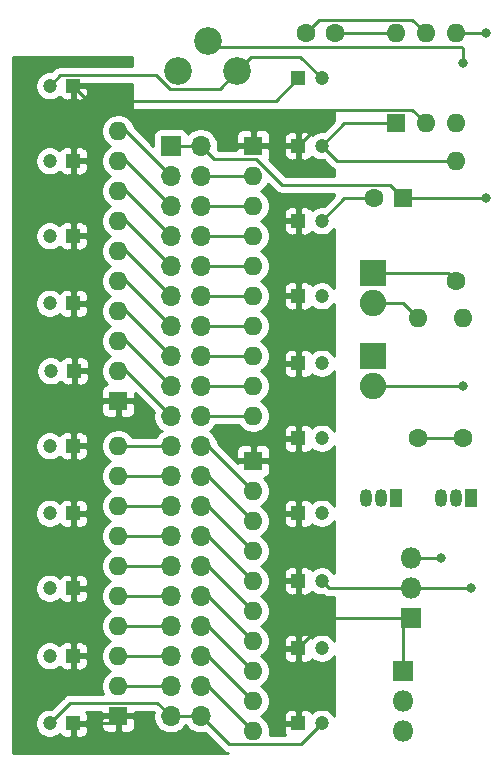
<source format=gbr>
%TF.GenerationSoftware,KiCad,Pcbnew,(5.1.10)-1*%
%TF.CreationDate,2022-02-19T10:08:03+01:00*%
%TF.ProjectId,Busterm,42757374-6572-46d2-9e6b-696361645f70,rev?*%
%TF.SameCoordinates,Original*%
%TF.FileFunction,Copper,L2,Bot*%
%TF.FilePolarity,Positive*%
%FSLAX46Y46*%
G04 Gerber Fmt 4.6, Leading zero omitted, Abs format (unit mm)*
G04 Created by KiCad (PCBNEW (5.1.10)-1) date 2022-02-19 10:08:03*
%MOMM*%
%LPD*%
G01*
G04 APERTURE LIST*
%TA.AperFunction,ComponentPad*%
%ADD10O,1.700000X1.700000*%
%TD*%
%TA.AperFunction,ComponentPad*%
%ADD11R,1.700000X1.700000*%
%TD*%
%TA.AperFunction,ComponentPad*%
%ADD12C,1.600000*%
%TD*%
%TA.AperFunction,ComponentPad*%
%ADD13C,1.200000*%
%TD*%
%TA.AperFunction,ComponentPad*%
%ADD14R,1.200000X1.200000*%
%TD*%
%TA.AperFunction,ComponentPad*%
%ADD15R,1.600000X1.600000*%
%TD*%
%TA.AperFunction,ComponentPad*%
%ADD16O,2.240000X2.240000*%
%TD*%
%TA.AperFunction,ComponentPad*%
%ADD17R,2.240000X2.240000*%
%TD*%
%TA.AperFunction,ComponentPad*%
%ADD18R,1.050000X1.500000*%
%TD*%
%TA.AperFunction,ComponentPad*%
%ADD19O,1.050000X1.500000*%
%TD*%
%TA.AperFunction,ComponentPad*%
%ADD20O,1.800000X1.800000*%
%TD*%
%TA.AperFunction,ComponentPad*%
%ADD21R,1.800000X1.800000*%
%TD*%
%TA.AperFunction,ComponentPad*%
%ADD22O,1.600000X1.600000*%
%TD*%
%TA.AperFunction,ComponentPad*%
%ADD23C,2.340000*%
%TD*%
%TA.AperFunction,ViaPad*%
%ADD24C,0.800000*%
%TD*%
%TA.AperFunction,Conductor*%
%ADD25C,0.250000*%
%TD*%
%TA.AperFunction,Conductor*%
%ADD26C,0.254000*%
%TD*%
%TA.AperFunction,Conductor*%
%ADD27C,0.100000*%
%TD*%
G04 APERTURE END LIST*
D10*
%TO.P,J1001,40*%
%TO.N,GND*%
X88265000Y-180975000D03*
%TO.P,J1001,39*%
X85725000Y-180975000D03*
%TO.P,J1001,38*%
%TO.N,Net-(J1001-Pad38)*%
X88265000Y-178435000D03*
%TO.P,J1001,37*%
%TO.N,Net-(J1001-Pad37)*%
X85725000Y-178435000D03*
%TO.P,J1001,36*%
%TO.N,Net-(J1001-Pad36)*%
X88265000Y-175895000D03*
%TO.P,J1001,35*%
%TO.N,Net-(J1001-Pad35)*%
X85725000Y-175895000D03*
%TO.P,J1001,34*%
%TO.N,Net-(J1001-Pad34)*%
X88265000Y-173355000D03*
%TO.P,J1001,33*%
%TO.N,Net-(J1001-Pad33)*%
X85725000Y-173355000D03*
%TO.P,J1001,32*%
%TO.N,Net-(J1001-Pad32)*%
X88265000Y-170815000D03*
%TO.P,J1001,31*%
%TO.N,Net-(J1001-Pad31)*%
X85725000Y-170815000D03*
%TO.P,J1001,30*%
%TO.N,Net-(J1001-Pad30)*%
X88265000Y-168275000D03*
%TO.P,J1001,29*%
%TO.N,Net-(J1001-Pad29)*%
X85725000Y-168275000D03*
%TO.P,J1001,28*%
%TO.N,Net-(J1001-Pad28)*%
X88265000Y-165735000D03*
%TO.P,J1001,27*%
%TO.N,Net-(J1001-Pad27)*%
X85725000Y-165735000D03*
%TO.P,J1001,26*%
%TO.N,Net-(J1001-Pad26)*%
X88265000Y-163195000D03*
%TO.P,J1001,25*%
%TO.N,Net-(J1001-Pad25)*%
X85725000Y-163195000D03*
%TO.P,J1001,24*%
%TO.N,Net-(J1001-Pad24)*%
X88265000Y-160655000D03*
%TO.P,J1001,23*%
%TO.N,Net-(J1001-Pad23)*%
X85725000Y-160655000D03*
%TO.P,J1001,22*%
%TO.N,Net-(J1001-Pad22)*%
X88265000Y-158115000D03*
%TO.P,J1001,21*%
%TO.N,Net-(J1001-Pad21)*%
X85725000Y-158115000D03*
%TO.P,J1001,20*%
%TO.N,Net-(J1001-Pad20)*%
X88265000Y-155575000D03*
%TO.P,J1001,19*%
%TO.N,Net-(J1001-Pad19)*%
X85725000Y-155575000D03*
%TO.P,J1001,18*%
%TO.N,Net-(J1001-Pad18)*%
X88265000Y-153035000D03*
%TO.P,J1001,17*%
%TO.N,Net-(J1001-Pad17)*%
X85725000Y-153035000D03*
%TO.P,J1001,16*%
%TO.N,Net-(J1001-Pad16)*%
X88265000Y-150495000D03*
%TO.P,J1001,15*%
%TO.N,Net-(J1001-Pad15)*%
X85725000Y-150495000D03*
%TO.P,J1001,14*%
%TO.N,Net-(J1001-Pad14)*%
X88265000Y-147955000D03*
%TO.P,J1001,13*%
%TO.N,Net-(J1001-Pad13)*%
X85725000Y-147955000D03*
%TO.P,J1001,12*%
%TO.N,Net-(J1001-Pad12)*%
X88265000Y-145415000D03*
%TO.P,J1001,11*%
%TO.N,Net-(J1001-Pad11)*%
X85725000Y-145415000D03*
%TO.P,J1001,10*%
%TO.N,Net-(J1001-Pad10)*%
X88265000Y-142875000D03*
%TO.P,J1001,9*%
%TO.N,Net-(J1001-Pad9)*%
X85725000Y-142875000D03*
%TO.P,J1001,8*%
%TO.N,Net-(J1001-Pad8)*%
X88265000Y-140335000D03*
%TO.P,J1001,7*%
%TO.N,Net-(J1001-Pad7)*%
X85725000Y-140335000D03*
%TO.P,J1001,6*%
%TO.N,Net-(J1001-Pad6)*%
X88265000Y-137795000D03*
%TO.P,J1001,5*%
%TO.N,Net-(J1001-Pad5)*%
X85725000Y-137795000D03*
%TO.P,J1001,4*%
%TO.N,Net-(J1001-Pad4)*%
X88265000Y-135255000D03*
%TO.P,J1001,3*%
%TO.N,Net-(J1001-Pad3)*%
X85725000Y-135255000D03*
%TO.P,J1001,2*%
%TO.N,+5P*%
X88265000Y-132715000D03*
D11*
%TO.P,J1001,1*%
X85725000Y-132715000D03*
%TD*%
D12*
%TO.P,C1001,1*%
%TO.N,Net-(C1001-Pad1)*%
X97155000Y-123190000D03*
%TO.P,C1001,2*%
%TO.N,Net-(C1001-Pad2)*%
X99655000Y-123190000D03*
%TD*%
D13*
%TO.P,C1002,2*%
%TO.N,GND*%
X98520000Y-157480000D03*
D14*
%TO.P,C1002,1*%
%TO.N,Net-(C1002-Pad1)*%
X96520000Y-157480000D03*
%TD*%
%TO.P,C1003,1*%
%TO.N,Net-(C1002-Pad1)*%
X96520000Y-132715000D03*
D13*
%TO.P,C1003,2*%
%TO.N,GND*%
X98520000Y-132715000D03*
%TD*%
%TO.P,C1004,2*%
%TO.N,GND*%
X98520000Y-181610000D03*
D14*
%TO.P,C1004,1*%
%TO.N,Net-(C1002-Pad1)*%
X96520000Y-181610000D03*
%TD*%
%TO.P,C1005,1*%
%TO.N,Net-(C1002-Pad1)*%
X96520000Y-151130000D03*
D13*
%TO.P,C1005,2*%
%TO.N,GND*%
X98520000Y-151130000D03*
%TD*%
%TO.P,C1006,2*%
%TO.N,GND*%
X75470000Y-163830000D03*
D14*
%TO.P,C1006,1*%
%TO.N,Net-(C1002-Pad1)*%
X77470000Y-163830000D03*
%TD*%
%TO.P,C1007,1*%
%TO.N,Net-(C1002-Pad1)*%
X77565000Y-151765000D03*
D13*
%TO.P,C1007,2*%
%TO.N,GND*%
X75565000Y-151765000D03*
%TD*%
%TO.P,C1008,2*%
%TO.N,GND*%
X98520000Y-139065000D03*
D14*
%TO.P,C1008,1*%
%TO.N,Net-(C1002-Pad1)*%
X96520000Y-139065000D03*
%TD*%
%TO.P,C1009,1*%
%TO.N,Net-(C1002-Pad1)*%
X77470000Y-133985000D03*
D13*
%TO.P,C1009,2*%
%TO.N,GND*%
X75470000Y-133985000D03*
%TD*%
%TO.P,C1010,2*%
%TO.N,GND*%
X98520000Y-169545000D03*
D14*
%TO.P,C1010,1*%
%TO.N,Net-(C1002-Pad1)*%
X96520000Y-169545000D03*
%TD*%
%TO.P,C1011,1*%
%TO.N,Net-(C1002-Pad1)*%
X77470000Y-181610000D03*
D13*
%TO.P,C1011,2*%
%TO.N,GND*%
X75470000Y-181610000D03*
%TD*%
%TO.P,C1012,2*%
%TO.N,GND*%
X75470000Y-140335000D03*
D14*
%TO.P,C1012,1*%
%TO.N,Net-(C1002-Pad1)*%
X77470000Y-140335000D03*
%TD*%
%TO.P,C1013,1*%
%TO.N,Net-(C1002-Pad1)*%
X77470000Y-127635000D03*
D13*
%TO.P,C1013,2*%
%TO.N,GND*%
X75470000Y-127635000D03*
%TD*%
%TO.P,C1014,2*%
%TO.N,GND*%
X75470000Y-158115000D03*
D14*
%TO.P,C1014,1*%
%TO.N,Net-(C1002-Pad1)*%
X77470000Y-158115000D03*
%TD*%
%TO.P,C1015,1*%
%TO.N,Net-(C1002-Pad1)*%
X96520000Y-127000000D03*
D13*
%TO.P,C1015,2*%
%TO.N,GND*%
X98520000Y-127000000D03*
%TD*%
%TO.P,C1016,2*%
%TO.N,GND*%
X75470000Y-175895000D03*
D14*
%TO.P,C1016,1*%
%TO.N,Net-(C1002-Pad1)*%
X77470000Y-175895000D03*
%TD*%
%TO.P,C1017,1*%
%TO.N,Net-(C1002-Pad1)*%
X77470000Y-170180000D03*
D13*
%TO.P,C1017,2*%
%TO.N,GND*%
X75470000Y-170180000D03*
%TD*%
%TO.P,C1018,2*%
%TO.N,GND*%
X75470000Y-146050000D03*
D14*
%TO.P,C1018,1*%
%TO.N,Net-(C1002-Pad1)*%
X77470000Y-146050000D03*
%TD*%
%TO.P,C1019,1*%
%TO.N,Net-(C1002-Pad1)*%
X96520000Y-145415000D03*
D13*
%TO.P,C1019,2*%
%TO.N,GND*%
X98520000Y-145415000D03*
%TD*%
%TO.P,C1020,2*%
%TO.N,GND*%
X98520000Y-163830000D03*
D14*
%TO.P,C1020,1*%
%TO.N,Net-(C1002-Pad1)*%
X96520000Y-163830000D03*
%TD*%
%TO.P,C1021,1*%
%TO.N,Net-(C1002-Pad1)*%
X96520000Y-175260000D03*
D13*
%TO.P,C1021,2*%
%TO.N,GND*%
X98520000Y-175260000D03*
%TD*%
D15*
%TO.P,C1022,1*%
%TO.N,+5P*%
X105410000Y-137160000D03*
D12*
%TO.P,C1022,2*%
%TO.N,GND*%
X102910000Y-137160000D03*
%TD*%
D16*
%TO.P,D1001,2*%
%TO.N,Net-(D1001-Pad2)*%
X102870000Y-153035000D03*
D17*
%TO.P,D1001,1*%
%TO.N,Net-(C1001-Pad1)*%
X102870000Y-150495000D03*
%TD*%
%TO.P,D1002,1*%
%TO.N,Net-(D1002-Pad1)*%
X102870000Y-143510000D03*
D16*
%TO.P,D1002,2*%
%TO.N,Net-(C1001-Pad1)*%
X102870000Y-146050000D03*
%TD*%
D18*
%TO.P,Q1001,1*%
%TO.N,GND*%
X111125000Y-162560000D03*
D19*
%TO.P,Q1001,3*%
%TO.N,Net-(Q1001-Pad3)*%
X108585000Y-162560000D03*
%TO.P,Q1001,2*%
%TO.N,Net-(D1002-Pad1)*%
X109855000Y-162560000D03*
%TD*%
%TO.P,Q1002,2*%
%TO.N,Net-(D1001-Pad2)*%
X103505000Y-162560000D03*
%TO.P,Q1002,3*%
%TO.N,Net-(Q1002-Pad3)*%
X102235000Y-162560000D03*
D18*
%TO.P,Q1002,1*%
%TO.N,+5P*%
X104775000Y-162560000D03*
%TD*%
D20*
%TO.P,Q1003,3*%
%TO.N,Net-(Q1002-Pad3)*%
X105410000Y-182245000D03*
%TO.P,Q1003,2*%
%TO.N,+5P*%
X105410000Y-179705000D03*
D21*
%TO.P,Q1003,1*%
%TO.N,Net-(C1002-Pad1)*%
X105410000Y-177165000D03*
%TD*%
%TO.P,Q1004,1*%
%TO.N,Net-(C1002-Pad1)*%
X106045000Y-172720000D03*
D20*
%TO.P,Q1004,2*%
%TO.N,GND*%
X106045000Y-170180000D03*
%TO.P,Q1004,3*%
%TO.N,Net-(Q1001-Pad3)*%
X106045000Y-167640000D03*
%TD*%
D12*
%TO.P,R1001,1*%
%TO.N,+5P*%
X106680000Y-157480000D03*
D22*
%TO.P,R1001,2*%
%TO.N,Net-(C1001-Pad1)*%
X106680000Y-147320000D03*
%TD*%
D12*
%TO.P,R1002,1*%
%TO.N,+5P*%
X110490000Y-157480000D03*
D22*
%TO.P,R1002,2*%
%TO.N,Net-(D1001-Pad2)*%
X110490000Y-147320000D03*
%TD*%
%TO.P,R1003,2*%
%TO.N,GND*%
X109855000Y-133985000D03*
D12*
%TO.P,R1003,1*%
%TO.N,Net-(D1002-Pad1)*%
X109855000Y-144145000D03*
%TD*%
D22*
%TO.P,RN1001,10*%
%TO.N,Net-(J1001-Pad21)*%
X81280000Y-158115000D03*
%TO.P,RN1001,9*%
%TO.N,Net-(J1001-Pad23)*%
X81280000Y-160655000D03*
%TO.P,RN1001,8*%
%TO.N,Net-(J1001-Pad25)*%
X81280000Y-163195000D03*
%TO.P,RN1001,7*%
%TO.N,Net-(J1001-Pad27)*%
X81280000Y-165735000D03*
%TO.P,RN1001,6*%
%TO.N,Net-(J1001-Pad29)*%
X81280000Y-168275000D03*
%TO.P,RN1001,5*%
%TO.N,Net-(J1001-Pad31)*%
X81280000Y-170815000D03*
%TO.P,RN1001,4*%
%TO.N,Net-(J1001-Pad33)*%
X81280000Y-173355000D03*
%TO.P,RN1001,3*%
%TO.N,Net-(J1001-Pad35)*%
X81280000Y-175895000D03*
%TO.P,RN1001,2*%
%TO.N,Net-(J1001-Pad37)*%
X81280000Y-178435000D03*
D15*
%TO.P,RN1001,1*%
%TO.N,Net-(C1002-Pad1)*%
X81280000Y-180975000D03*
%TD*%
%TO.P,RN1002,1*%
%TO.N,Net-(C1002-Pad1)*%
X81280000Y-154305000D03*
D22*
%TO.P,RN1002,2*%
%TO.N,Net-(J1001-Pad19)*%
X81280000Y-151765000D03*
%TO.P,RN1002,3*%
%TO.N,Net-(J1001-Pad17)*%
X81280000Y-149225000D03*
%TO.P,RN1002,4*%
%TO.N,Net-(J1001-Pad15)*%
X81280000Y-146685000D03*
%TO.P,RN1002,5*%
%TO.N,Net-(J1001-Pad13)*%
X81280000Y-144145000D03*
%TO.P,RN1002,6*%
%TO.N,Net-(J1001-Pad11)*%
X81280000Y-141605000D03*
%TO.P,RN1002,7*%
%TO.N,Net-(J1001-Pad9)*%
X81280000Y-139065000D03*
%TO.P,RN1002,8*%
%TO.N,Net-(J1001-Pad7)*%
X81280000Y-136525000D03*
%TO.P,RN1002,9*%
%TO.N,Net-(J1001-Pad5)*%
X81280000Y-133985000D03*
%TO.P,RN1002,10*%
%TO.N,Net-(J1001-Pad3)*%
X81280000Y-131445000D03*
%TD*%
D15*
%TO.P,RN1003,1*%
%TO.N,Net-(C1002-Pad1)*%
X92710000Y-132715000D03*
D22*
%TO.P,RN1003,2*%
%TO.N,Net-(J1001-Pad4)*%
X92710000Y-135255000D03*
%TO.P,RN1003,3*%
%TO.N,Net-(J1001-Pad6)*%
X92710000Y-137795000D03*
%TO.P,RN1003,4*%
%TO.N,Net-(J1001-Pad8)*%
X92710000Y-140335000D03*
%TO.P,RN1003,5*%
%TO.N,Net-(J1001-Pad10)*%
X92710000Y-142875000D03*
%TO.P,RN1003,6*%
%TO.N,Net-(J1001-Pad12)*%
X92710000Y-145415000D03*
%TO.P,RN1003,7*%
%TO.N,Net-(J1001-Pad14)*%
X92710000Y-147955000D03*
%TO.P,RN1003,8*%
%TO.N,Net-(J1001-Pad16)*%
X92710000Y-150495000D03*
%TO.P,RN1003,9*%
%TO.N,Net-(J1001-Pad18)*%
X92710000Y-153035000D03*
%TO.P,RN1003,10*%
%TO.N,Net-(J1001-Pad20)*%
X92710000Y-155575000D03*
%TD*%
%TO.P,RN1004,10*%
%TO.N,Net-(J1001-Pad38)*%
X92710000Y-182245000D03*
%TO.P,RN1004,9*%
%TO.N,Net-(J1001-Pad36)*%
X92710000Y-179705000D03*
%TO.P,RN1004,8*%
%TO.N,Net-(J1001-Pad34)*%
X92710000Y-177165000D03*
%TO.P,RN1004,7*%
%TO.N,Net-(J1001-Pad32)*%
X92710000Y-174625000D03*
%TO.P,RN1004,6*%
%TO.N,Net-(J1001-Pad30)*%
X92710000Y-172085000D03*
%TO.P,RN1004,5*%
%TO.N,Net-(J1001-Pad28)*%
X92710000Y-169545000D03*
%TO.P,RN1004,4*%
%TO.N,Net-(J1001-Pad26)*%
X92710000Y-167005000D03*
%TO.P,RN1004,3*%
%TO.N,Net-(J1001-Pad24)*%
X92710000Y-164465000D03*
%TO.P,RN1004,2*%
%TO.N,Net-(J1001-Pad22)*%
X92710000Y-161925000D03*
D15*
%TO.P,RN1004,1*%
%TO.N,Net-(C1002-Pad1)*%
X92710000Y-159385000D03*
%TD*%
D23*
%TO.P,RV1001,3*%
%TO.N,GND*%
X91360000Y-126365000D03*
%TO.P,RV1001,2*%
%TO.N,Net-(RV1001-Pad2)*%
X88860000Y-123865000D03*
%TO.P,RV1001,1*%
%TO.N,+5P*%
X86360000Y-126365000D03*
%TD*%
D15*
%TO.P,U1001,1*%
%TO.N,GND*%
X104775000Y-130810000D03*
D22*
%TO.P,U1001,4*%
%TO.N,+5P*%
X109855000Y-123190000D03*
%TO.P,U1001,2*%
%TO.N,Net-(C1002-Pad1)*%
X107315000Y-130810000D03*
%TO.P,U1001,5*%
%TO.N,Net-(C1001-Pad1)*%
X107315000Y-123190000D03*
%TO.P,U1001,3*%
%TO.N,Net-(RV1001-Pad2)*%
X109855000Y-130810000D03*
%TO.P,U1001,6*%
%TO.N,Net-(C1001-Pad2)*%
X104775000Y-123190000D03*
%TD*%
D24*
%TO.N,GND*%
X111125000Y-170180000D03*
%TO.N,Net-(C1002-Pad1)*%
X96520000Y-159385000D03*
X77470000Y-154305000D03*
%TO.N,+5P*%
X112395000Y-137160000D03*
X112395000Y-123190000D03*
%TO.N,Net-(D1001-Pad2)*%
X110490000Y-153035000D03*
%TO.N,Net-(Q1001-Pad3)*%
X108585000Y-167640000D03*
%TO.N,Net-(RV1001-Pad2)*%
X110490000Y-125730000D03*
%TD*%
D25*
%TO.N,Net-(C1001-Pad1)*%
X98280001Y-122064999D02*
X97155000Y-123190000D01*
X106189999Y-122064999D02*
X98280001Y-122064999D01*
X107315000Y-123190000D02*
X106189999Y-122064999D01*
X105410000Y-146050000D02*
X106680000Y-147320000D01*
X102870000Y-146050000D02*
X105410000Y-146050000D01*
%TO.N,Net-(C1001-Pad2)*%
X99655000Y-123190000D02*
X104775000Y-123190000D01*
%TO.N,GND*%
X89864999Y-127860001D02*
X91360000Y-126365000D01*
X85642399Y-127860001D02*
X89864999Y-127860001D01*
X84492397Y-126709999D02*
X85642399Y-127860001D01*
X76395001Y-126709999D02*
X84492397Y-126709999D01*
X75470000Y-127635000D02*
X76395001Y-126709999D01*
X96715001Y-125195001D02*
X98520000Y-127000000D01*
X92529999Y-125195001D02*
X96715001Y-125195001D01*
X91360000Y-126365000D02*
X92529999Y-125195001D01*
X99790000Y-133985000D02*
X98520000Y-132715000D01*
X109855000Y-133985000D02*
X99790000Y-133985000D01*
X100425000Y-137160000D02*
X98520000Y-139065000D01*
X102910000Y-137160000D02*
X100425000Y-137160000D01*
X100425000Y-130810000D02*
X98520000Y-132715000D01*
X104775000Y-130810000D02*
X100425000Y-130810000D01*
X111125000Y-170180000D02*
X106045000Y-170180000D01*
X99155000Y-170180000D02*
X98520000Y-169545000D01*
X106045000Y-170180000D02*
X99155000Y-170180000D01*
X88265000Y-180975000D02*
X85725000Y-180975000D01*
X77230001Y-179849999D02*
X75470000Y-181610000D01*
X84599999Y-179849999D02*
X77230001Y-179849999D01*
X85725000Y-180975000D02*
X84599999Y-179849999D01*
X96759999Y-183370001D02*
X98520000Y-181610000D01*
X90660001Y-183370001D02*
X96759999Y-183370001D01*
X88265000Y-180975000D02*
X90660001Y-183370001D01*
%TO.N,Net-(C1002-Pad1)*%
X105410000Y-173355000D02*
X106045000Y-172720000D01*
X105410000Y-177165000D02*
X105410000Y-173355000D01*
X81280000Y-154305000D02*
X77470000Y-154305000D01*
X92710000Y-159385000D02*
X96520000Y-159385000D01*
X96520000Y-159385000D02*
X97155000Y-159385000D01*
X96520000Y-159385000D02*
X96520000Y-159385000D01*
X77470000Y-154305000D02*
X77470000Y-154305000D01*
X92710000Y-132715000D02*
X96520000Y-132715000D01*
X96520000Y-127000000D02*
X94615000Y-128905000D01*
X78740000Y-128905000D02*
X77470000Y-127635000D01*
X94615000Y-128905000D02*
X78740000Y-128905000D01*
X99550001Y-129684999D02*
X96520000Y-132715000D01*
X106189999Y-129684999D02*
X99550001Y-129684999D01*
X107315000Y-130810000D02*
X106189999Y-129684999D01*
X99060000Y-172720000D02*
X96520000Y-175260000D01*
X106045000Y-172720000D02*
X99060000Y-172720000D01*
X80645000Y-181610000D02*
X81280000Y-180975000D01*
X77470000Y-181610000D02*
X80645000Y-181610000D01*
%TO.N,+5P*%
X85725000Y-132715000D02*
X88265000Y-132715000D01*
X89390001Y-133840001D02*
X88265000Y-132715000D01*
X92960003Y-133840001D02*
X89390001Y-133840001D01*
X95155001Y-136034999D02*
X92960003Y-133840001D01*
X104284999Y-136034999D02*
X95155001Y-136034999D01*
X105410000Y-137160000D02*
X104284999Y-136034999D01*
X105410000Y-137160000D02*
X112395000Y-137160000D01*
X109855000Y-123190000D02*
X112395000Y-123190000D01*
X106680000Y-157480000D02*
X110490000Y-157480000D01*
X112395000Y-137160000D02*
X112395000Y-137160000D01*
X112395000Y-123190000D02*
X112395000Y-123190000D01*
%TO.N,Net-(D1001-Pad2)*%
X110490000Y-153035000D02*
X102870000Y-153035000D01*
%TO.N,Net-(D1002-Pad1)*%
X109220000Y-143510000D02*
X109855000Y-144145000D01*
X102870000Y-143510000D02*
X109220000Y-143510000D01*
%TO.N,Net-(Q1001-Pad3)*%
X108585000Y-167640000D02*
X106045000Y-167640000D01*
%TO.N,Net-(J1001-Pad21)*%
X85725000Y-158115000D02*
X81280000Y-158115000D01*
%TO.N,Net-(J1001-Pad23)*%
X81280000Y-160655000D02*
X85725000Y-160655000D01*
%TO.N,Net-(J1001-Pad25)*%
X81280000Y-163195000D02*
X85725000Y-163195000D01*
%TO.N,Net-(J1001-Pad27)*%
X85725000Y-165735000D02*
X81280000Y-165735000D01*
%TO.N,Net-(J1001-Pad29)*%
X85725000Y-168275000D02*
X81280000Y-168275000D01*
%TO.N,Net-(J1001-Pad31)*%
X85725000Y-170815000D02*
X81280000Y-170815000D01*
%TO.N,Net-(J1001-Pad33)*%
X81280000Y-173355000D02*
X85725000Y-173355000D01*
%TO.N,Net-(J1001-Pad35)*%
X85725000Y-175895000D02*
X81280000Y-175895000D01*
%TO.N,Net-(J1001-Pad37)*%
X85725000Y-178435000D02*
X81280000Y-178435000D01*
%TO.N,Net-(J1001-Pad19)*%
X81915000Y-151765000D02*
X81280000Y-151765000D01*
X85725000Y-155575000D02*
X81915000Y-151765000D01*
%TO.N,Net-(J1001-Pad17)*%
X81915000Y-149225000D02*
X81280000Y-149225000D01*
X85725000Y-153035000D02*
X81915000Y-149225000D01*
%TO.N,Net-(J1001-Pad15)*%
X81915000Y-146685000D02*
X81280000Y-146685000D01*
X85725000Y-150495000D02*
X81915000Y-146685000D01*
%TO.N,Net-(J1001-Pad13)*%
X81915000Y-144145000D02*
X81280000Y-144145000D01*
X85725000Y-147955000D02*
X81915000Y-144145000D01*
%TO.N,Net-(J1001-Pad11)*%
X81915000Y-141605000D02*
X81280000Y-141605000D01*
X85725000Y-145415000D02*
X81915000Y-141605000D01*
%TO.N,Net-(J1001-Pad9)*%
X81915000Y-139065000D02*
X81280000Y-139065000D01*
X85725000Y-142875000D02*
X81915000Y-139065000D01*
%TO.N,Net-(J1001-Pad7)*%
X81915000Y-136525000D02*
X81280000Y-136525000D01*
X85725000Y-140335000D02*
X81915000Y-136525000D01*
%TO.N,Net-(J1001-Pad5)*%
X81915000Y-133985000D02*
X81280000Y-133985000D01*
X85725000Y-137795000D02*
X81915000Y-133985000D01*
%TO.N,Net-(J1001-Pad3)*%
X81915000Y-131445000D02*
X81280000Y-131445000D01*
X85725000Y-135255000D02*
X81915000Y-131445000D01*
%TO.N,Net-(J1001-Pad4)*%
X88265000Y-135255000D02*
X92710000Y-135255000D01*
%TO.N,Net-(J1001-Pad6)*%
X88265000Y-137795000D02*
X92710000Y-137795000D01*
%TO.N,Net-(J1001-Pad8)*%
X88265000Y-140335000D02*
X92710000Y-140335000D01*
%TO.N,Net-(J1001-Pad10)*%
X88265000Y-142875000D02*
X92710000Y-142875000D01*
%TO.N,Net-(J1001-Pad12)*%
X88265000Y-145415000D02*
X92710000Y-145415000D01*
%TO.N,Net-(J1001-Pad14)*%
X88265000Y-147955000D02*
X92710000Y-147955000D01*
%TO.N,Net-(J1001-Pad16)*%
X88265000Y-150495000D02*
X92710000Y-150495000D01*
%TO.N,Net-(J1001-Pad18)*%
X88265000Y-153035000D02*
X92710000Y-153035000D01*
%TO.N,Net-(J1001-Pad20)*%
X88265000Y-155575000D02*
X92710000Y-155575000D01*
%TO.N,Net-(J1001-Pad38)*%
X88900000Y-178435000D02*
X88265000Y-178435000D01*
X92710000Y-182245000D02*
X88900000Y-178435000D01*
%TO.N,Net-(J1001-Pad36)*%
X88900000Y-175895000D02*
X88265000Y-175895000D01*
X92710000Y-179705000D02*
X88900000Y-175895000D01*
%TO.N,Net-(J1001-Pad34)*%
X88900000Y-173355000D02*
X88265000Y-173355000D01*
X92710000Y-177165000D02*
X88900000Y-173355000D01*
%TO.N,Net-(J1001-Pad32)*%
X88900000Y-170815000D02*
X88265000Y-170815000D01*
X92710000Y-174625000D02*
X88900000Y-170815000D01*
%TO.N,Net-(J1001-Pad30)*%
X88900000Y-168275000D02*
X88265000Y-168275000D01*
X92710000Y-172085000D02*
X88900000Y-168275000D01*
%TO.N,Net-(J1001-Pad28)*%
X88900000Y-165735000D02*
X88265000Y-165735000D01*
X92710000Y-169545000D02*
X88900000Y-165735000D01*
%TO.N,Net-(J1001-Pad26)*%
X88900000Y-163195000D02*
X88265000Y-163195000D01*
X92710000Y-167005000D02*
X88900000Y-163195000D01*
%TO.N,Net-(J1001-Pad24)*%
X88900000Y-160655000D02*
X88265000Y-160655000D01*
X92710000Y-164465000D02*
X88900000Y-160655000D01*
%TO.N,Net-(J1001-Pad22)*%
X88900000Y-158115000D02*
X88265000Y-158115000D01*
X92710000Y-161925000D02*
X88900000Y-158115000D01*
%TO.N,Net-(RV1001-Pad2)*%
X89310001Y-124315001D02*
X110345001Y-124315001D01*
X88860000Y-123865000D02*
X89310001Y-124315001D01*
X110345001Y-124315001D02*
X110490000Y-124460000D01*
X110490000Y-124460000D02*
X110490000Y-125730000D01*
X110490000Y-125730000D02*
X110490000Y-125730000D01*
%TD*%
D26*
%TO.N,Net-(C1002-Pad1)*%
X82423000Y-125949999D02*
X76432324Y-125949999D01*
X76395001Y-125946323D01*
X76357678Y-125949999D01*
X76357668Y-125949999D01*
X76246015Y-125960996D01*
X76102754Y-126004453D01*
X75970724Y-126075025D01*
X75887084Y-126143667D01*
X75855000Y-126169998D01*
X75831202Y-126198996D01*
X75623801Y-126406398D01*
X75591637Y-126400000D01*
X75348363Y-126400000D01*
X75109764Y-126447460D01*
X74885008Y-126540557D01*
X74682733Y-126675713D01*
X74510713Y-126847733D01*
X74375557Y-127050008D01*
X74282460Y-127274764D01*
X74235000Y-127513363D01*
X74235000Y-127756637D01*
X74282460Y-127995236D01*
X74375557Y-128219992D01*
X74510713Y-128422267D01*
X74682733Y-128594287D01*
X74885008Y-128729443D01*
X75109764Y-128822540D01*
X75348363Y-128870000D01*
X75591637Y-128870000D01*
X75830236Y-128822540D01*
X76054992Y-128729443D01*
X76257267Y-128594287D01*
X76312501Y-128539053D01*
X76339463Y-128589494D01*
X76418815Y-128686185D01*
X76515506Y-128765537D01*
X76625820Y-128824502D01*
X76745518Y-128860812D01*
X76870000Y-128873072D01*
X77184250Y-128870000D01*
X77343000Y-128711250D01*
X77343000Y-127762000D01*
X77597000Y-127762000D01*
X77597000Y-128711250D01*
X77755750Y-128870000D01*
X78070000Y-128873072D01*
X78194482Y-128860812D01*
X78314180Y-128824502D01*
X78424494Y-128765537D01*
X78521185Y-128686185D01*
X78600537Y-128589494D01*
X78659502Y-128479180D01*
X78695812Y-128359482D01*
X78708072Y-128235000D01*
X78705000Y-127920750D01*
X78546250Y-127762000D01*
X77597000Y-127762000D01*
X77343000Y-127762000D01*
X77323000Y-127762000D01*
X77323000Y-127508000D01*
X77343000Y-127508000D01*
X77343000Y-127488000D01*
X77597000Y-127488000D01*
X77597000Y-127508000D01*
X78546250Y-127508000D01*
X78584251Y-127469999D01*
X82423000Y-127469999D01*
X82423000Y-129540000D01*
X82425440Y-129564776D01*
X82432667Y-129588601D01*
X82444403Y-129610557D01*
X82460197Y-129629803D01*
X82479443Y-129645597D01*
X82501399Y-129657333D01*
X82525224Y-129664560D01*
X82550000Y-129667000D01*
X99568000Y-129667000D01*
X99568000Y-130592198D01*
X98673801Y-131486398D01*
X98641637Y-131480000D01*
X98398363Y-131480000D01*
X98159764Y-131527460D01*
X97935008Y-131620557D01*
X97732733Y-131755713D01*
X97677499Y-131810947D01*
X97650537Y-131760506D01*
X97571185Y-131663815D01*
X97474494Y-131584463D01*
X97364180Y-131525498D01*
X97244482Y-131489188D01*
X97120000Y-131476928D01*
X96805750Y-131480000D01*
X96647000Y-131638750D01*
X96647000Y-132588000D01*
X96667000Y-132588000D01*
X96667000Y-132842000D01*
X96647000Y-132842000D01*
X96647000Y-133791250D01*
X96805750Y-133950000D01*
X97120000Y-133953072D01*
X97244482Y-133940812D01*
X97364180Y-133904502D01*
X97474494Y-133845537D01*
X97571185Y-133766185D01*
X97650537Y-133669494D01*
X97677499Y-133619053D01*
X97732733Y-133674287D01*
X97935008Y-133809443D01*
X98159764Y-133902540D01*
X98398363Y-133950000D01*
X98641637Y-133950000D01*
X98673801Y-133943602D01*
X99226200Y-134496002D01*
X99249999Y-134525001D01*
X99365724Y-134619974D01*
X99497753Y-134690546D01*
X99568000Y-134711855D01*
X99568000Y-135274999D01*
X95469803Y-135274999D01*
X94048813Y-133854010D01*
X94099502Y-133759180D01*
X94135812Y-133639482D01*
X94148072Y-133515000D01*
X94146878Y-133315000D01*
X95281928Y-133315000D01*
X95294188Y-133439482D01*
X95330498Y-133559180D01*
X95389463Y-133669494D01*
X95468815Y-133766185D01*
X95565506Y-133845537D01*
X95675820Y-133904502D01*
X95795518Y-133940812D01*
X95920000Y-133953072D01*
X96234250Y-133950000D01*
X96393000Y-133791250D01*
X96393000Y-132842000D01*
X95443750Y-132842000D01*
X95285000Y-133000750D01*
X95281928Y-133315000D01*
X94146878Y-133315000D01*
X94145000Y-133000750D01*
X93986250Y-132842000D01*
X92837000Y-132842000D01*
X92837000Y-132862000D01*
X92583000Y-132862000D01*
X92583000Y-132842000D01*
X91433750Y-132842000D01*
X91275000Y-133000750D01*
X91274527Y-133080001D01*
X89706489Y-133080001D01*
X89750000Y-132861260D01*
X89750000Y-132568740D01*
X89692932Y-132281842D01*
X89580990Y-132011589D01*
X89516452Y-131915000D01*
X91271928Y-131915000D01*
X91275000Y-132429250D01*
X91433750Y-132588000D01*
X92583000Y-132588000D01*
X92583000Y-131438750D01*
X92837000Y-131438750D01*
X92837000Y-132588000D01*
X93986250Y-132588000D01*
X94145000Y-132429250D01*
X94146877Y-132115000D01*
X95281928Y-132115000D01*
X95285000Y-132429250D01*
X95443750Y-132588000D01*
X96393000Y-132588000D01*
X96393000Y-131638750D01*
X96234250Y-131480000D01*
X95920000Y-131476928D01*
X95795518Y-131489188D01*
X95675820Y-131525498D01*
X95565506Y-131584463D01*
X95468815Y-131663815D01*
X95389463Y-131760506D01*
X95330498Y-131870820D01*
X95294188Y-131990518D01*
X95281928Y-132115000D01*
X94146877Y-132115000D01*
X94148072Y-131915000D01*
X94135812Y-131790518D01*
X94099502Y-131670820D01*
X94040537Y-131560506D01*
X93961185Y-131463815D01*
X93864494Y-131384463D01*
X93754180Y-131325498D01*
X93634482Y-131289188D01*
X93510000Y-131276928D01*
X92995750Y-131280000D01*
X92837000Y-131438750D01*
X92583000Y-131438750D01*
X92424250Y-131280000D01*
X91910000Y-131276928D01*
X91785518Y-131289188D01*
X91665820Y-131325498D01*
X91555506Y-131384463D01*
X91458815Y-131463815D01*
X91379463Y-131560506D01*
X91320498Y-131670820D01*
X91284188Y-131790518D01*
X91271928Y-131915000D01*
X89516452Y-131915000D01*
X89418475Y-131768368D01*
X89211632Y-131561525D01*
X88968411Y-131399010D01*
X88698158Y-131287068D01*
X88411260Y-131230000D01*
X88118740Y-131230000D01*
X87831842Y-131287068D01*
X87561589Y-131399010D01*
X87318368Y-131561525D01*
X87186513Y-131693380D01*
X87164502Y-131620820D01*
X87105537Y-131510506D01*
X87026185Y-131413815D01*
X86929494Y-131334463D01*
X86819180Y-131275498D01*
X86699482Y-131239188D01*
X86575000Y-131226928D01*
X84875000Y-131226928D01*
X84750518Y-131239188D01*
X84630820Y-131275498D01*
X84520506Y-131334463D01*
X84423815Y-131413815D01*
X84344463Y-131510506D01*
X84285498Y-131620820D01*
X84249188Y-131740518D01*
X84236928Y-131865000D01*
X84236928Y-132692127D01*
X82681859Y-131137058D01*
X82659853Y-131026426D01*
X82551680Y-130765273D01*
X82394637Y-130530241D01*
X82194759Y-130330363D01*
X81959727Y-130173320D01*
X81698574Y-130065147D01*
X81421335Y-130010000D01*
X81138665Y-130010000D01*
X80861426Y-130065147D01*
X80600273Y-130173320D01*
X80365241Y-130330363D01*
X80165363Y-130530241D01*
X80008320Y-130765273D01*
X79900147Y-131026426D01*
X79845000Y-131303665D01*
X79845000Y-131586335D01*
X79900147Y-131863574D01*
X80008320Y-132124727D01*
X80165363Y-132359759D01*
X80365241Y-132559637D01*
X80597759Y-132715000D01*
X80365241Y-132870363D01*
X80165363Y-133070241D01*
X80008320Y-133305273D01*
X79900147Y-133566426D01*
X79845000Y-133843665D01*
X79845000Y-134126335D01*
X79900147Y-134403574D01*
X80008320Y-134664727D01*
X80165363Y-134899759D01*
X80365241Y-135099637D01*
X80597759Y-135255000D01*
X80365241Y-135410363D01*
X80165363Y-135610241D01*
X80008320Y-135845273D01*
X79900147Y-136106426D01*
X79845000Y-136383665D01*
X79845000Y-136666335D01*
X79900147Y-136943574D01*
X80008320Y-137204727D01*
X80165363Y-137439759D01*
X80365241Y-137639637D01*
X80597759Y-137795000D01*
X80365241Y-137950363D01*
X80165363Y-138150241D01*
X80008320Y-138385273D01*
X79900147Y-138646426D01*
X79845000Y-138923665D01*
X79845000Y-139206335D01*
X79900147Y-139483574D01*
X80008320Y-139744727D01*
X80165363Y-139979759D01*
X80365241Y-140179637D01*
X80597759Y-140335000D01*
X80365241Y-140490363D01*
X80165363Y-140690241D01*
X80008320Y-140925273D01*
X79900147Y-141186426D01*
X79845000Y-141463665D01*
X79845000Y-141746335D01*
X79900147Y-142023574D01*
X80008320Y-142284727D01*
X80165363Y-142519759D01*
X80365241Y-142719637D01*
X80597759Y-142875000D01*
X80365241Y-143030363D01*
X80165363Y-143230241D01*
X80008320Y-143465273D01*
X79900147Y-143726426D01*
X79845000Y-144003665D01*
X79845000Y-144286335D01*
X79900147Y-144563574D01*
X80008320Y-144824727D01*
X80165363Y-145059759D01*
X80365241Y-145259637D01*
X80597759Y-145415000D01*
X80365241Y-145570363D01*
X80165363Y-145770241D01*
X80008320Y-146005273D01*
X79900147Y-146266426D01*
X79845000Y-146543665D01*
X79845000Y-146826335D01*
X79900147Y-147103574D01*
X80008320Y-147364727D01*
X80165363Y-147599759D01*
X80365241Y-147799637D01*
X80597759Y-147955000D01*
X80365241Y-148110363D01*
X80165363Y-148310241D01*
X80008320Y-148545273D01*
X79900147Y-148806426D01*
X79845000Y-149083665D01*
X79845000Y-149366335D01*
X79900147Y-149643574D01*
X80008320Y-149904727D01*
X80165363Y-150139759D01*
X80365241Y-150339637D01*
X80597759Y-150495000D01*
X80365241Y-150650363D01*
X80165363Y-150850241D01*
X80008320Y-151085273D01*
X79900147Y-151346426D01*
X79845000Y-151623665D01*
X79845000Y-151906335D01*
X79900147Y-152183574D01*
X80008320Y-152444727D01*
X80165363Y-152679759D01*
X80363961Y-152878357D01*
X80355518Y-152879188D01*
X80235820Y-152915498D01*
X80125506Y-152974463D01*
X80028815Y-153053815D01*
X79949463Y-153150506D01*
X79890498Y-153260820D01*
X79854188Y-153380518D01*
X79841928Y-153505000D01*
X79845000Y-154019250D01*
X80003750Y-154178000D01*
X81153000Y-154178000D01*
X81153000Y-154158000D01*
X81407000Y-154158000D01*
X81407000Y-154178000D01*
X82556250Y-154178000D01*
X82715000Y-154019250D01*
X82717253Y-153642055D01*
X84283790Y-155208592D01*
X84240000Y-155428740D01*
X84240000Y-155721260D01*
X84297068Y-156008158D01*
X84409010Y-156278411D01*
X84571525Y-156521632D01*
X84778368Y-156728475D01*
X84952760Y-156845000D01*
X84778368Y-156961525D01*
X84571525Y-157168368D01*
X84446822Y-157355000D01*
X82498043Y-157355000D01*
X82394637Y-157200241D01*
X82194759Y-157000363D01*
X81959727Y-156843320D01*
X81698574Y-156735147D01*
X81421335Y-156680000D01*
X81138665Y-156680000D01*
X80861426Y-156735147D01*
X80600273Y-156843320D01*
X80365241Y-157000363D01*
X80165363Y-157200241D01*
X80008320Y-157435273D01*
X79900147Y-157696426D01*
X79845000Y-157973665D01*
X79845000Y-158256335D01*
X79900147Y-158533574D01*
X80008320Y-158794727D01*
X80165363Y-159029759D01*
X80365241Y-159229637D01*
X80597759Y-159385000D01*
X80365241Y-159540363D01*
X80165363Y-159740241D01*
X80008320Y-159975273D01*
X79900147Y-160236426D01*
X79845000Y-160513665D01*
X79845000Y-160796335D01*
X79900147Y-161073574D01*
X80008320Y-161334727D01*
X80165363Y-161569759D01*
X80365241Y-161769637D01*
X80597759Y-161925000D01*
X80365241Y-162080363D01*
X80165363Y-162280241D01*
X80008320Y-162515273D01*
X79900147Y-162776426D01*
X79845000Y-163053665D01*
X79845000Y-163336335D01*
X79900147Y-163613574D01*
X80008320Y-163874727D01*
X80165363Y-164109759D01*
X80365241Y-164309637D01*
X80597759Y-164465000D01*
X80365241Y-164620363D01*
X80165363Y-164820241D01*
X80008320Y-165055273D01*
X79900147Y-165316426D01*
X79845000Y-165593665D01*
X79845000Y-165876335D01*
X79900147Y-166153574D01*
X80008320Y-166414727D01*
X80165363Y-166649759D01*
X80365241Y-166849637D01*
X80597759Y-167005000D01*
X80365241Y-167160363D01*
X80165363Y-167360241D01*
X80008320Y-167595273D01*
X79900147Y-167856426D01*
X79845000Y-168133665D01*
X79845000Y-168416335D01*
X79900147Y-168693574D01*
X80008320Y-168954727D01*
X80165363Y-169189759D01*
X80365241Y-169389637D01*
X80597759Y-169545000D01*
X80365241Y-169700363D01*
X80165363Y-169900241D01*
X80008320Y-170135273D01*
X79900147Y-170396426D01*
X79845000Y-170673665D01*
X79845000Y-170956335D01*
X79900147Y-171233574D01*
X80008320Y-171494727D01*
X80165363Y-171729759D01*
X80365241Y-171929637D01*
X80597759Y-172085000D01*
X80365241Y-172240363D01*
X80165363Y-172440241D01*
X80008320Y-172675273D01*
X79900147Y-172936426D01*
X79845000Y-173213665D01*
X79845000Y-173496335D01*
X79900147Y-173773574D01*
X80008320Y-174034727D01*
X80165363Y-174269759D01*
X80365241Y-174469637D01*
X80597759Y-174625000D01*
X80365241Y-174780363D01*
X80165363Y-174980241D01*
X80008320Y-175215273D01*
X79900147Y-175476426D01*
X79845000Y-175753665D01*
X79845000Y-176036335D01*
X79900147Y-176313574D01*
X80008320Y-176574727D01*
X80165363Y-176809759D01*
X80365241Y-177009637D01*
X80597759Y-177165000D01*
X80365241Y-177320363D01*
X80165363Y-177520241D01*
X80008320Y-177755273D01*
X79900147Y-178016426D01*
X79845000Y-178293665D01*
X79845000Y-178576335D01*
X79900147Y-178853574D01*
X79998077Y-179089999D01*
X77267323Y-179089999D01*
X77230000Y-179086323D01*
X77192677Y-179089999D01*
X77192668Y-179089999D01*
X77081015Y-179100996D01*
X76937754Y-179144453D01*
X76805725Y-179215025D01*
X76690000Y-179309998D01*
X76666202Y-179338996D01*
X75623801Y-180381398D01*
X75591637Y-180375000D01*
X75348363Y-180375000D01*
X75109764Y-180422460D01*
X74885008Y-180515557D01*
X74682733Y-180650713D01*
X74510713Y-180822733D01*
X74375557Y-181025008D01*
X74282460Y-181249764D01*
X74235000Y-181488363D01*
X74235000Y-181731637D01*
X74282460Y-181970236D01*
X74375557Y-182194992D01*
X74510713Y-182397267D01*
X74682733Y-182569287D01*
X74885008Y-182704443D01*
X75109764Y-182797540D01*
X75348363Y-182845000D01*
X75591637Y-182845000D01*
X75830236Y-182797540D01*
X76054992Y-182704443D01*
X76257267Y-182569287D01*
X76312501Y-182514053D01*
X76339463Y-182564494D01*
X76418815Y-182661185D01*
X76515506Y-182740537D01*
X76625820Y-182799502D01*
X76745518Y-182835812D01*
X76870000Y-182848072D01*
X77184250Y-182845000D01*
X77343000Y-182686250D01*
X77343000Y-181737000D01*
X77597000Y-181737000D01*
X77597000Y-182686250D01*
X77755750Y-182845000D01*
X78070000Y-182848072D01*
X78194482Y-182835812D01*
X78314180Y-182799502D01*
X78424494Y-182740537D01*
X78521185Y-182661185D01*
X78600537Y-182564494D01*
X78659502Y-182454180D01*
X78695812Y-182334482D01*
X78708072Y-182210000D01*
X78705000Y-181895750D01*
X78584250Y-181775000D01*
X79841928Y-181775000D01*
X79854188Y-181899482D01*
X79890498Y-182019180D01*
X79949463Y-182129494D01*
X80028815Y-182226185D01*
X80125506Y-182305537D01*
X80235820Y-182364502D01*
X80355518Y-182400812D01*
X80480000Y-182413072D01*
X80994250Y-182410000D01*
X81153000Y-182251250D01*
X81153000Y-181102000D01*
X81407000Y-181102000D01*
X81407000Y-182251250D01*
X81565750Y-182410000D01*
X82080000Y-182413072D01*
X82204482Y-182400812D01*
X82324180Y-182364502D01*
X82434494Y-182305537D01*
X82531185Y-182226185D01*
X82610537Y-182129494D01*
X82669502Y-182019180D01*
X82705812Y-181899482D01*
X82718072Y-181775000D01*
X82715000Y-181260750D01*
X82556250Y-181102000D01*
X81407000Y-181102000D01*
X81153000Y-181102000D01*
X80003750Y-181102000D01*
X79845000Y-181260750D01*
X79841928Y-181775000D01*
X78584250Y-181775000D01*
X78546250Y-181737000D01*
X77597000Y-181737000D01*
X77343000Y-181737000D01*
X77323000Y-181737000D01*
X77323000Y-181483000D01*
X77343000Y-181483000D01*
X77343000Y-181463000D01*
X77597000Y-181463000D01*
X77597000Y-181483000D01*
X78546250Y-181483000D01*
X78705000Y-181324250D01*
X78708072Y-181010000D01*
X78695812Y-180885518D01*
X78659502Y-180765820D01*
X78600537Y-180655506D01*
X78563190Y-180609999D01*
X79844527Y-180609999D01*
X79845000Y-180689250D01*
X80003750Y-180848000D01*
X81153000Y-180848000D01*
X81153000Y-180828000D01*
X81407000Y-180828000D01*
X81407000Y-180848000D01*
X82556250Y-180848000D01*
X82715000Y-180689250D01*
X82715473Y-180609999D01*
X84283511Y-180609999D01*
X84240000Y-180828740D01*
X84240000Y-181121260D01*
X84297068Y-181408158D01*
X84409010Y-181678411D01*
X84571525Y-181921632D01*
X84778368Y-182128475D01*
X85021589Y-182290990D01*
X85291842Y-182402932D01*
X85578740Y-182460000D01*
X85871260Y-182460000D01*
X86158158Y-182402932D01*
X86428411Y-182290990D01*
X86671632Y-182128475D01*
X86878475Y-181921632D01*
X86995000Y-181747240D01*
X87111525Y-181921632D01*
X87318368Y-182128475D01*
X87561589Y-182290990D01*
X87831842Y-182402932D01*
X88118740Y-182460000D01*
X88411260Y-182460000D01*
X88631408Y-182416209D01*
X90096202Y-183881004D01*
X90120000Y-183910002D01*
X90148998Y-183933800D01*
X90235724Y-184004975D01*
X90367754Y-184075547D01*
X90511015Y-184119004D01*
X90571893Y-184125000D01*
X72415000Y-184125000D01*
X72415000Y-175773363D01*
X74235000Y-175773363D01*
X74235000Y-176016637D01*
X74282460Y-176255236D01*
X74375557Y-176479992D01*
X74510713Y-176682267D01*
X74682733Y-176854287D01*
X74885008Y-176989443D01*
X75109764Y-177082540D01*
X75348363Y-177130000D01*
X75591637Y-177130000D01*
X75830236Y-177082540D01*
X76054992Y-176989443D01*
X76257267Y-176854287D01*
X76312501Y-176799053D01*
X76339463Y-176849494D01*
X76418815Y-176946185D01*
X76515506Y-177025537D01*
X76625820Y-177084502D01*
X76745518Y-177120812D01*
X76870000Y-177133072D01*
X77184250Y-177130000D01*
X77343000Y-176971250D01*
X77343000Y-176022000D01*
X77597000Y-176022000D01*
X77597000Y-176971250D01*
X77755750Y-177130000D01*
X78070000Y-177133072D01*
X78194482Y-177120812D01*
X78314180Y-177084502D01*
X78424494Y-177025537D01*
X78521185Y-176946185D01*
X78600537Y-176849494D01*
X78659502Y-176739180D01*
X78695812Y-176619482D01*
X78708072Y-176495000D01*
X78705000Y-176180750D01*
X78546250Y-176022000D01*
X77597000Y-176022000D01*
X77343000Y-176022000D01*
X77323000Y-176022000D01*
X77323000Y-175768000D01*
X77343000Y-175768000D01*
X77343000Y-174818750D01*
X77597000Y-174818750D01*
X77597000Y-175768000D01*
X78546250Y-175768000D01*
X78705000Y-175609250D01*
X78708072Y-175295000D01*
X78695812Y-175170518D01*
X78659502Y-175050820D01*
X78600537Y-174940506D01*
X78521185Y-174843815D01*
X78424494Y-174764463D01*
X78314180Y-174705498D01*
X78194482Y-174669188D01*
X78070000Y-174656928D01*
X77755750Y-174660000D01*
X77597000Y-174818750D01*
X77343000Y-174818750D01*
X77184250Y-174660000D01*
X76870000Y-174656928D01*
X76745518Y-174669188D01*
X76625820Y-174705498D01*
X76515506Y-174764463D01*
X76418815Y-174843815D01*
X76339463Y-174940506D01*
X76312501Y-174990947D01*
X76257267Y-174935713D01*
X76054992Y-174800557D01*
X75830236Y-174707460D01*
X75591637Y-174660000D01*
X75348363Y-174660000D01*
X75109764Y-174707460D01*
X74885008Y-174800557D01*
X74682733Y-174935713D01*
X74510713Y-175107733D01*
X74375557Y-175310008D01*
X74282460Y-175534764D01*
X74235000Y-175773363D01*
X72415000Y-175773363D01*
X72415000Y-170058363D01*
X74235000Y-170058363D01*
X74235000Y-170301637D01*
X74282460Y-170540236D01*
X74375557Y-170764992D01*
X74510713Y-170967267D01*
X74682733Y-171139287D01*
X74885008Y-171274443D01*
X75109764Y-171367540D01*
X75348363Y-171415000D01*
X75591637Y-171415000D01*
X75830236Y-171367540D01*
X76054992Y-171274443D01*
X76257267Y-171139287D01*
X76312501Y-171084053D01*
X76339463Y-171134494D01*
X76418815Y-171231185D01*
X76515506Y-171310537D01*
X76625820Y-171369502D01*
X76745518Y-171405812D01*
X76870000Y-171418072D01*
X77184250Y-171415000D01*
X77343000Y-171256250D01*
X77343000Y-170307000D01*
X77597000Y-170307000D01*
X77597000Y-171256250D01*
X77755750Y-171415000D01*
X78070000Y-171418072D01*
X78194482Y-171405812D01*
X78314180Y-171369502D01*
X78424494Y-171310537D01*
X78521185Y-171231185D01*
X78600537Y-171134494D01*
X78659502Y-171024180D01*
X78695812Y-170904482D01*
X78708072Y-170780000D01*
X78705000Y-170465750D01*
X78546250Y-170307000D01*
X77597000Y-170307000D01*
X77343000Y-170307000D01*
X77323000Y-170307000D01*
X77323000Y-170053000D01*
X77343000Y-170053000D01*
X77343000Y-169103750D01*
X77597000Y-169103750D01*
X77597000Y-170053000D01*
X78546250Y-170053000D01*
X78705000Y-169894250D01*
X78708072Y-169580000D01*
X78695812Y-169455518D01*
X78659502Y-169335820D01*
X78600537Y-169225506D01*
X78521185Y-169128815D01*
X78424494Y-169049463D01*
X78314180Y-168990498D01*
X78194482Y-168954188D01*
X78070000Y-168941928D01*
X77755750Y-168945000D01*
X77597000Y-169103750D01*
X77343000Y-169103750D01*
X77184250Y-168945000D01*
X76870000Y-168941928D01*
X76745518Y-168954188D01*
X76625820Y-168990498D01*
X76515506Y-169049463D01*
X76418815Y-169128815D01*
X76339463Y-169225506D01*
X76312501Y-169275947D01*
X76257267Y-169220713D01*
X76054992Y-169085557D01*
X75830236Y-168992460D01*
X75591637Y-168945000D01*
X75348363Y-168945000D01*
X75109764Y-168992460D01*
X74885008Y-169085557D01*
X74682733Y-169220713D01*
X74510713Y-169392733D01*
X74375557Y-169595008D01*
X74282460Y-169819764D01*
X74235000Y-170058363D01*
X72415000Y-170058363D01*
X72415000Y-163708363D01*
X74235000Y-163708363D01*
X74235000Y-163951637D01*
X74282460Y-164190236D01*
X74375557Y-164414992D01*
X74510713Y-164617267D01*
X74682733Y-164789287D01*
X74885008Y-164924443D01*
X75109764Y-165017540D01*
X75348363Y-165065000D01*
X75591637Y-165065000D01*
X75830236Y-165017540D01*
X76054992Y-164924443D01*
X76257267Y-164789287D01*
X76312501Y-164734053D01*
X76339463Y-164784494D01*
X76418815Y-164881185D01*
X76515506Y-164960537D01*
X76625820Y-165019502D01*
X76745518Y-165055812D01*
X76870000Y-165068072D01*
X77184250Y-165065000D01*
X77343000Y-164906250D01*
X77343000Y-163957000D01*
X77597000Y-163957000D01*
X77597000Y-164906250D01*
X77755750Y-165065000D01*
X78070000Y-165068072D01*
X78194482Y-165055812D01*
X78314180Y-165019502D01*
X78424494Y-164960537D01*
X78521185Y-164881185D01*
X78600537Y-164784494D01*
X78659502Y-164674180D01*
X78695812Y-164554482D01*
X78708072Y-164430000D01*
X78705000Y-164115750D01*
X78546250Y-163957000D01*
X77597000Y-163957000D01*
X77343000Y-163957000D01*
X77323000Y-163957000D01*
X77323000Y-163703000D01*
X77343000Y-163703000D01*
X77343000Y-162753750D01*
X77597000Y-162753750D01*
X77597000Y-163703000D01*
X78546250Y-163703000D01*
X78705000Y-163544250D01*
X78708072Y-163230000D01*
X78695812Y-163105518D01*
X78659502Y-162985820D01*
X78600537Y-162875506D01*
X78521185Y-162778815D01*
X78424494Y-162699463D01*
X78314180Y-162640498D01*
X78194482Y-162604188D01*
X78070000Y-162591928D01*
X77755750Y-162595000D01*
X77597000Y-162753750D01*
X77343000Y-162753750D01*
X77184250Y-162595000D01*
X76870000Y-162591928D01*
X76745518Y-162604188D01*
X76625820Y-162640498D01*
X76515506Y-162699463D01*
X76418815Y-162778815D01*
X76339463Y-162875506D01*
X76312501Y-162925947D01*
X76257267Y-162870713D01*
X76054992Y-162735557D01*
X75830236Y-162642460D01*
X75591637Y-162595000D01*
X75348363Y-162595000D01*
X75109764Y-162642460D01*
X74885008Y-162735557D01*
X74682733Y-162870713D01*
X74510713Y-163042733D01*
X74375557Y-163245008D01*
X74282460Y-163469764D01*
X74235000Y-163708363D01*
X72415000Y-163708363D01*
X72415000Y-157993363D01*
X74235000Y-157993363D01*
X74235000Y-158236637D01*
X74282460Y-158475236D01*
X74375557Y-158699992D01*
X74510713Y-158902267D01*
X74682733Y-159074287D01*
X74885008Y-159209443D01*
X75109764Y-159302540D01*
X75348363Y-159350000D01*
X75591637Y-159350000D01*
X75830236Y-159302540D01*
X76054992Y-159209443D01*
X76257267Y-159074287D01*
X76312501Y-159019053D01*
X76339463Y-159069494D01*
X76418815Y-159166185D01*
X76515506Y-159245537D01*
X76625820Y-159304502D01*
X76745518Y-159340812D01*
X76870000Y-159353072D01*
X77184250Y-159350000D01*
X77343000Y-159191250D01*
X77343000Y-158242000D01*
X77597000Y-158242000D01*
X77597000Y-159191250D01*
X77755750Y-159350000D01*
X78070000Y-159353072D01*
X78194482Y-159340812D01*
X78314180Y-159304502D01*
X78424494Y-159245537D01*
X78521185Y-159166185D01*
X78600537Y-159069494D01*
X78659502Y-158959180D01*
X78695812Y-158839482D01*
X78708072Y-158715000D01*
X78705000Y-158400750D01*
X78546250Y-158242000D01*
X77597000Y-158242000D01*
X77343000Y-158242000D01*
X77323000Y-158242000D01*
X77323000Y-157988000D01*
X77343000Y-157988000D01*
X77343000Y-157038750D01*
X77597000Y-157038750D01*
X77597000Y-157988000D01*
X78546250Y-157988000D01*
X78705000Y-157829250D01*
X78708072Y-157515000D01*
X78695812Y-157390518D01*
X78659502Y-157270820D01*
X78600537Y-157160506D01*
X78521185Y-157063815D01*
X78424494Y-156984463D01*
X78314180Y-156925498D01*
X78194482Y-156889188D01*
X78070000Y-156876928D01*
X77755750Y-156880000D01*
X77597000Y-157038750D01*
X77343000Y-157038750D01*
X77184250Y-156880000D01*
X76870000Y-156876928D01*
X76745518Y-156889188D01*
X76625820Y-156925498D01*
X76515506Y-156984463D01*
X76418815Y-157063815D01*
X76339463Y-157160506D01*
X76312501Y-157210947D01*
X76257267Y-157155713D01*
X76054992Y-157020557D01*
X75830236Y-156927460D01*
X75591637Y-156880000D01*
X75348363Y-156880000D01*
X75109764Y-156927460D01*
X74885008Y-157020557D01*
X74682733Y-157155713D01*
X74510713Y-157327733D01*
X74375557Y-157530008D01*
X74282460Y-157754764D01*
X74235000Y-157993363D01*
X72415000Y-157993363D01*
X72415000Y-155105000D01*
X79841928Y-155105000D01*
X79854188Y-155229482D01*
X79890498Y-155349180D01*
X79949463Y-155459494D01*
X80028815Y-155556185D01*
X80125506Y-155635537D01*
X80235820Y-155694502D01*
X80355518Y-155730812D01*
X80480000Y-155743072D01*
X80994250Y-155740000D01*
X81153000Y-155581250D01*
X81153000Y-154432000D01*
X81407000Y-154432000D01*
X81407000Y-155581250D01*
X81565750Y-155740000D01*
X82080000Y-155743072D01*
X82204482Y-155730812D01*
X82324180Y-155694502D01*
X82434494Y-155635537D01*
X82531185Y-155556185D01*
X82610537Y-155459494D01*
X82669502Y-155349180D01*
X82705812Y-155229482D01*
X82718072Y-155105000D01*
X82715000Y-154590750D01*
X82556250Y-154432000D01*
X81407000Y-154432000D01*
X81153000Y-154432000D01*
X80003750Y-154432000D01*
X79845000Y-154590750D01*
X79841928Y-155105000D01*
X72415000Y-155105000D01*
X72415000Y-151643363D01*
X74330000Y-151643363D01*
X74330000Y-151886637D01*
X74377460Y-152125236D01*
X74470557Y-152349992D01*
X74605713Y-152552267D01*
X74777733Y-152724287D01*
X74980008Y-152859443D01*
X75204764Y-152952540D01*
X75443363Y-153000000D01*
X75686637Y-153000000D01*
X75925236Y-152952540D01*
X76149992Y-152859443D01*
X76352267Y-152724287D01*
X76407501Y-152669053D01*
X76434463Y-152719494D01*
X76513815Y-152816185D01*
X76610506Y-152895537D01*
X76720820Y-152954502D01*
X76840518Y-152990812D01*
X76965000Y-153003072D01*
X77279250Y-153000000D01*
X77438000Y-152841250D01*
X77438000Y-151892000D01*
X77692000Y-151892000D01*
X77692000Y-152841250D01*
X77850750Y-153000000D01*
X78165000Y-153003072D01*
X78289482Y-152990812D01*
X78409180Y-152954502D01*
X78519494Y-152895537D01*
X78616185Y-152816185D01*
X78695537Y-152719494D01*
X78754502Y-152609180D01*
X78790812Y-152489482D01*
X78803072Y-152365000D01*
X78800000Y-152050750D01*
X78641250Y-151892000D01*
X77692000Y-151892000D01*
X77438000Y-151892000D01*
X77418000Y-151892000D01*
X77418000Y-151638000D01*
X77438000Y-151638000D01*
X77438000Y-150688750D01*
X77692000Y-150688750D01*
X77692000Y-151638000D01*
X78641250Y-151638000D01*
X78800000Y-151479250D01*
X78803072Y-151165000D01*
X78790812Y-151040518D01*
X78754502Y-150920820D01*
X78695537Y-150810506D01*
X78616185Y-150713815D01*
X78519494Y-150634463D01*
X78409180Y-150575498D01*
X78289482Y-150539188D01*
X78165000Y-150526928D01*
X77850750Y-150530000D01*
X77692000Y-150688750D01*
X77438000Y-150688750D01*
X77279250Y-150530000D01*
X76965000Y-150526928D01*
X76840518Y-150539188D01*
X76720820Y-150575498D01*
X76610506Y-150634463D01*
X76513815Y-150713815D01*
X76434463Y-150810506D01*
X76407501Y-150860947D01*
X76352267Y-150805713D01*
X76149992Y-150670557D01*
X75925236Y-150577460D01*
X75686637Y-150530000D01*
X75443363Y-150530000D01*
X75204764Y-150577460D01*
X74980008Y-150670557D01*
X74777733Y-150805713D01*
X74605713Y-150977733D01*
X74470557Y-151180008D01*
X74377460Y-151404764D01*
X74330000Y-151643363D01*
X72415000Y-151643363D01*
X72415000Y-145928363D01*
X74235000Y-145928363D01*
X74235000Y-146171637D01*
X74282460Y-146410236D01*
X74375557Y-146634992D01*
X74510713Y-146837267D01*
X74682733Y-147009287D01*
X74885008Y-147144443D01*
X75109764Y-147237540D01*
X75348363Y-147285000D01*
X75591637Y-147285000D01*
X75830236Y-147237540D01*
X76054992Y-147144443D01*
X76257267Y-147009287D01*
X76312501Y-146954053D01*
X76339463Y-147004494D01*
X76418815Y-147101185D01*
X76515506Y-147180537D01*
X76625820Y-147239502D01*
X76745518Y-147275812D01*
X76870000Y-147288072D01*
X77184250Y-147285000D01*
X77343000Y-147126250D01*
X77343000Y-146177000D01*
X77597000Y-146177000D01*
X77597000Y-147126250D01*
X77755750Y-147285000D01*
X78070000Y-147288072D01*
X78194482Y-147275812D01*
X78314180Y-147239502D01*
X78424494Y-147180537D01*
X78521185Y-147101185D01*
X78600537Y-147004494D01*
X78659502Y-146894180D01*
X78695812Y-146774482D01*
X78708072Y-146650000D01*
X78705000Y-146335750D01*
X78546250Y-146177000D01*
X77597000Y-146177000D01*
X77343000Y-146177000D01*
X77323000Y-146177000D01*
X77323000Y-145923000D01*
X77343000Y-145923000D01*
X77343000Y-144973750D01*
X77597000Y-144973750D01*
X77597000Y-145923000D01*
X78546250Y-145923000D01*
X78705000Y-145764250D01*
X78708072Y-145450000D01*
X78695812Y-145325518D01*
X78659502Y-145205820D01*
X78600537Y-145095506D01*
X78521185Y-144998815D01*
X78424494Y-144919463D01*
X78314180Y-144860498D01*
X78194482Y-144824188D01*
X78070000Y-144811928D01*
X77755750Y-144815000D01*
X77597000Y-144973750D01*
X77343000Y-144973750D01*
X77184250Y-144815000D01*
X76870000Y-144811928D01*
X76745518Y-144824188D01*
X76625820Y-144860498D01*
X76515506Y-144919463D01*
X76418815Y-144998815D01*
X76339463Y-145095506D01*
X76312501Y-145145947D01*
X76257267Y-145090713D01*
X76054992Y-144955557D01*
X75830236Y-144862460D01*
X75591637Y-144815000D01*
X75348363Y-144815000D01*
X75109764Y-144862460D01*
X74885008Y-144955557D01*
X74682733Y-145090713D01*
X74510713Y-145262733D01*
X74375557Y-145465008D01*
X74282460Y-145689764D01*
X74235000Y-145928363D01*
X72415000Y-145928363D01*
X72415000Y-140213363D01*
X74235000Y-140213363D01*
X74235000Y-140456637D01*
X74282460Y-140695236D01*
X74375557Y-140919992D01*
X74510713Y-141122267D01*
X74682733Y-141294287D01*
X74885008Y-141429443D01*
X75109764Y-141522540D01*
X75348363Y-141570000D01*
X75591637Y-141570000D01*
X75830236Y-141522540D01*
X76054992Y-141429443D01*
X76257267Y-141294287D01*
X76312501Y-141239053D01*
X76339463Y-141289494D01*
X76418815Y-141386185D01*
X76515506Y-141465537D01*
X76625820Y-141524502D01*
X76745518Y-141560812D01*
X76870000Y-141573072D01*
X77184250Y-141570000D01*
X77343000Y-141411250D01*
X77343000Y-140462000D01*
X77597000Y-140462000D01*
X77597000Y-141411250D01*
X77755750Y-141570000D01*
X78070000Y-141573072D01*
X78194482Y-141560812D01*
X78314180Y-141524502D01*
X78424494Y-141465537D01*
X78521185Y-141386185D01*
X78600537Y-141289494D01*
X78659502Y-141179180D01*
X78695812Y-141059482D01*
X78708072Y-140935000D01*
X78705000Y-140620750D01*
X78546250Y-140462000D01*
X77597000Y-140462000D01*
X77343000Y-140462000D01*
X77323000Y-140462000D01*
X77323000Y-140208000D01*
X77343000Y-140208000D01*
X77343000Y-139258750D01*
X77597000Y-139258750D01*
X77597000Y-140208000D01*
X78546250Y-140208000D01*
X78705000Y-140049250D01*
X78708072Y-139735000D01*
X78695812Y-139610518D01*
X78659502Y-139490820D01*
X78600537Y-139380506D01*
X78521185Y-139283815D01*
X78424494Y-139204463D01*
X78314180Y-139145498D01*
X78194482Y-139109188D01*
X78070000Y-139096928D01*
X77755750Y-139100000D01*
X77597000Y-139258750D01*
X77343000Y-139258750D01*
X77184250Y-139100000D01*
X76870000Y-139096928D01*
X76745518Y-139109188D01*
X76625820Y-139145498D01*
X76515506Y-139204463D01*
X76418815Y-139283815D01*
X76339463Y-139380506D01*
X76312501Y-139430947D01*
X76257267Y-139375713D01*
X76054992Y-139240557D01*
X75830236Y-139147460D01*
X75591637Y-139100000D01*
X75348363Y-139100000D01*
X75109764Y-139147460D01*
X74885008Y-139240557D01*
X74682733Y-139375713D01*
X74510713Y-139547733D01*
X74375557Y-139750008D01*
X74282460Y-139974764D01*
X74235000Y-140213363D01*
X72415000Y-140213363D01*
X72415000Y-133863363D01*
X74235000Y-133863363D01*
X74235000Y-134106637D01*
X74282460Y-134345236D01*
X74375557Y-134569992D01*
X74510713Y-134772267D01*
X74682733Y-134944287D01*
X74885008Y-135079443D01*
X75109764Y-135172540D01*
X75348363Y-135220000D01*
X75591637Y-135220000D01*
X75830236Y-135172540D01*
X76054992Y-135079443D01*
X76257267Y-134944287D01*
X76312501Y-134889053D01*
X76339463Y-134939494D01*
X76418815Y-135036185D01*
X76515506Y-135115537D01*
X76625820Y-135174502D01*
X76745518Y-135210812D01*
X76870000Y-135223072D01*
X77184250Y-135220000D01*
X77343000Y-135061250D01*
X77343000Y-134112000D01*
X77597000Y-134112000D01*
X77597000Y-135061250D01*
X77755750Y-135220000D01*
X78070000Y-135223072D01*
X78194482Y-135210812D01*
X78314180Y-135174502D01*
X78424494Y-135115537D01*
X78521185Y-135036185D01*
X78600537Y-134939494D01*
X78659502Y-134829180D01*
X78695812Y-134709482D01*
X78708072Y-134585000D01*
X78705000Y-134270750D01*
X78546250Y-134112000D01*
X77597000Y-134112000D01*
X77343000Y-134112000D01*
X77323000Y-134112000D01*
X77323000Y-133858000D01*
X77343000Y-133858000D01*
X77343000Y-132908750D01*
X77597000Y-132908750D01*
X77597000Y-133858000D01*
X78546250Y-133858000D01*
X78705000Y-133699250D01*
X78708072Y-133385000D01*
X78695812Y-133260518D01*
X78659502Y-133140820D01*
X78600537Y-133030506D01*
X78521185Y-132933815D01*
X78424494Y-132854463D01*
X78314180Y-132795498D01*
X78194482Y-132759188D01*
X78070000Y-132746928D01*
X77755750Y-132750000D01*
X77597000Y-132908750D01*
X77343000Y-132908750D01*
X77184250Y-132750000D01*
X76870000Y-132746928D01*
X76745518Y-132759188D01*
X76625820Y-132795498D01*
X76515506Y-132854463D01*
X76418815Y-132933815D01*
X76339463Y-133030506D01*
X76312501Y-133080947D01*
X76257267Y-133025713D01*
X76054992Y-132890557D01*
X75830236Y-132797460D01*
X75591637Y-132750000D01*
X75348363Y-132750000D01*
X75109764Y-132797460D01*
X74885008Y-132890557D01*
X74682733Y-133025713D01*
X74510713Y-133197733D01*
X74375557Y-133400008D01*
X74282460Y-133624764D01*
X74235000Y-133863363D01*
X72415000Y-133863363D01*
X72415000Y-125222000D01*
X82423000Y-125222000D01*
X82423000Y-125949999D01*
%TA.AperFunction,Conductor*%
D27*
G36*
X82423000Y-125949999D02*
G01*
X76432324Y-125949999D01*
X76395001Y-125946323D01*
X76357678Y-125949999D01*
X76357668Y-125949999D01*
X76246015Y-125960996D01*
X76102754Y-126004453D01*
X75970724Y-126075025D01*
X75887084Y-126143667D01*
X75855000Y-126169998D01*
X75831202Y-126198996D01*
X75623801Y-126406398D01*
X75591637Y-126400000D01*
X75348363Y-126400000D01*
X75109764Y-126447460D01*
X74885008Y-126540557D01*
X74682733Y-126675713D01*
X74510713Y-126847733D01*
X74375557Y-127050008D01*
X74282460Y-127274764D01*
X74235000Y-127513363D01*
X74235000Y-127756637D01*
X74282460Y-127995236D01*
X74375557Y-128219992D01*
X74510713Y-128422267D01*
X74682733Y-128594287D01*
X74885008Y-128729443D01*
X75109764Y-128822540D01*
X75348363Y-128870000D01*
X75591637Y-128870000D01*
X75830236Y-128822540D01*
X76054992Y-128729443D01*
X76257267Y-128594287D01*
X76312501Y-128539053D01*
X76339463Y-128589494D01*
X76418815Y-128686185D01*
X76515506Y-128765537D01*
X76625820Y-128824502D01*
X76745518Y-128860812D01*
X76870000Y-128873072D01*
X77184250Y-128870000D01*
X77343000Y-128711250D01*
X77343000Y-127762000D01*
X77597000Y-127762000D01*
X77597000Y-128711250D01*
X77755750Y-128870000D01*
X78070000Y-128873072D01*
X78194482Y-128860812D01*
X78314180Y-128824502D01*
X78424494Y-128765537D01*
X78521185Y-128686185D01*
X78600537Y-128589494D01*
X78659502Y-128479180D01*
X78695812Y-128359482D01*
X78708072Y-128235000D01*
X78705000Y-127920750D01*
X78546250Y-127762000D01*
X77597000Y-127762000D01*
X77343000Y-127762000D01*
X77323000Y-127762000D01*
X77323000Y-127508000D01*
X77343000Y-127508000D01*
X77343000Y-127488000D01*
X77597000Y-127488000D01*
X77597000Y-127508000D01*
X78546250Y-127508000D01*
X78584251Y-127469999D01*
X82423000Y-127469999D01*
X82423000Y-129540000D01*
X82425440Y-129564776D01*
X82432667Y-129588601D01*
X82444403Y-129610557D01*
X82460197Y-129629803D01*
X82479443Y-129645597D01*
X82501399Y-129657333D01*
X82525224Y-129664560D01*
X82550000Y-129667000D01*
X99568000Y-129667000D01*
X99568000Y-130592198D01*
X98673801Y-131486398D01*
X98641637Y-131480000D01*
X98398363Y-131480000D01*
X98159764Y-131527460D01*
X97935008Y-131620557D01*
X97732733Y-131755713D01*
X97677499Y-131810947D01*
X97650537Y-131760506D01*
X97571185Y-131663815D01*
X97474494Y-131584463D01*
X97364180Y-131525498D01*
X97244482Y-131489188D01*
X97120000Y-131476928D01*
X96805750Y-131480000D01*
X96647000Y-131638750D01*
X96647000Y-132588000D01*
X96667000Y-132588000D01*
X96667000Y-132842000D01*
X96647000Y-132842000D01*
X96647000Y-133791250D01*
X96805750Y-133950000D01*
X97120000Y-133953072D01*
X97244482Y-133940812D01*
X97364180Y-133904502D01*
X97474494Y-133845537D01*
X97571185Y-133766185D01*
X97650537Y-133669494D01*
X97677499Y-133619053D01*
X97732733Y-133674287D01*
X97935008Y-133809443D01*
X98159764Y-133902540D01*
X98398363Y-133950000D01*
X98641637Y-133950000D01*
X98673801Y-133943602D01*
X99226200Y-134496002D01*
X99249999Y-134525001D01*
X99365724Y-134619974D01*
X99497753Y-134690546D01*
X99568000Y-134711855D01*
X99568000Y-135274999D01*
X95469803Y-135274999D01*
X94048813Y-133854010D01*
X94099502Y-133759180D01*
X94135812Y-133639482D01*
X94148072Y-133515000D01*
X94146878Y-133315000D01*
X95281928Y-133315000D01*
X95294188Y-133439482D01*
X95330498Y-133559180D01*
X95389463Y-133669494D01*
X95468815Y-133766185D01*
X95565506Y-133845537D01*
X95675820Y-133904502D01*
X95795518Y-133940812D01*
X95920000Y-133953072D01*
X96234250Y-133950000D01*
X96393000Y-133791250D01*
X96393000Y-132842000D01*
X95443750Y-132842000D01*
X95285000Y-133000750D01*
X95281928Y-133315000D01*
X94146878Y-133315000D01*
X94145000Y-133000750D01*
X93986250Y-132842000D01*
X92837000Y-132842000D01*
X92837000Y-132862000D01*
X92583000Y-132862000D01*
X92583000Y-132842000D01*
X91433750Y-132842000D01*
X91275000Y-133000750D01*
X91274527Y-133080001D01*
X89706489Y-133080001D01*
X89750000Y-132861260D01*
X89750000Y-132568740D01*
X89692932Y-132281842D01*
X89580990Y-132011589D01*
X89516452Y-131915000D01*
X91271928Y-131915000D01*
X91275000Y-132429250D01*
X91433750Y-132588000D01*
X92583000Y-132588000D01*
X92583000Y-131438750D01*
X92837000Y-131438750D01*
X92837000Y-132588000D01*
X93986250Y-132588000D01*
X94145000Y-132429250D01*
X94146877Y-132115000D01*
X95281928Y-132115000D01*
X95285000Y-132429250D01*
X95443750Y-132588000D01*
X96393000Y-132588000D01*
X96393000Y-131638750D01*
X96234250Y-131480000D01*
X95920000Y-131476928D01*
X95795518Y-131489188D01*
X95675820Y-131525498D01*
X95565506Y-131584463D01*
X95468815Y-131663815D01*
X95389463Y-131760506D01*
X95330498Y-131870820D01*
X95294188Y-131990518D01*
X95281928Y-132115000D01*
X94146877Y-132115000D01*
X94148072Y-131915000D01*
X94135812Y-131790518D01*
X94099502Y-131670820D01*
X94040537Y-131560506D01*
X93961185Y-131463815D01*
X93864494Y-131384463D01*
X93754180Y-131325498D01*
X93634482Y-131289188D01*
X93510000Y-131276928D01*
X92995750Y-131280000D01*
X92837000Y-131438750D01*
X92583000Y-131438750D01*
X92424250Y-131280000D01*
X91910000Y-131276928D01*
X91785518Y-131289188D01*
X91665820Y-131325498D01*
X91555506Y-131384463D01*
X91458815Y-131463815D01*
X91379463Y-131560506D01*
X91320498Y-131670820D01*
X91284188Y-131790518D01*
X91271928Y-131915000D01*
X89516452Y-131915000D01*
X89418475Y-131768368D01*
X89211632Y-131561525D01*
X88968411Y-131399010D01*
X88698158Y-131287068D01*
X88411260Y-131230000D01*
X88118740Y-131230000D01*
X87831842Y-131287068D01*
X87561589Y-131399010D01*
X87318368Y-131561525D01*
X87186513Y-131693380D01*
X87164502Y-131620820D01*
X87105537Y-131510506D01*
X87026185Y-131413815D01*
X86929494Y-131334463D01*
X86819180Y-131275498D01*
X86699482Y-131239188D01*
X86575000Y-131226928D01*
X84875000Y-131226928D01*
X84750518Y-131239188D01*
X84630820Y-131275498D01*
X84520506Y-131334463D01*
X84423815Y-131413815D01*
X84344463Y-131510506D01*
X84285498Y-131620820D01*
X84249188Y-131740518D01*
X84236928Y-131865000D01*
X84236928Y-132692127D01*
X82681859Y-131137058D01*
X82659853Y-131026426D01*
X82551680Y-130765273D01*
X82394637Y-130530241D01*
X82194759Y-130330363D01*
X81959727Y-130173320D01*
X81698574Y-130065147D01*
X81421335Y-130010000D01*
X81138665Y-130010000D01*
X80861426Y-130065147D01*
X80600273Y-130173320D01*
X80365241Y-130330363D01*
X80165363Y-130530241D01*
X80008320Y-130765273D01*
X79900147Y-131026426D01*
X79845000Y-131303665D01*
X79845000Y-131586335D01*
X79900147Y-131863574D01*
X80008320Y-132124727D01*
X80165363Y-132359759D01*
X80365241Y-132559637D01*
X80597759Y-132715000D01*
X80365241Y-132870363D01*
X80165363Y-133070241D01*
X80008320Y-133305273D01*
X79900147Y-133566426D01*
X79845000Y-133843665D01*
X79845000Y-134126335D01*
X79900147Y-134403574D01*
X80008320Y-134664727D01*
X80165363Y-134899759D01*
X80365241Y-135099637D01*
X80597759Y-135255000D01*
X80365241Y-135410363D01*
X80165363Y-135610241D01*
X80008320Y-135845273D01*
X79900147Y-136106426D01*
X79845000Y-136383665D01*
X79845000Y-136666335D01*
X79900147Y-136943574D01*
X80008320Y-137204727D01*
X80165363Y-137439759D01*
X80365241Y-137639637D01*
X80597759Y-137795000D01*
X80365241Y-137950363D01*
X80165363Y-138150241D01*
X80008320Y-138385273D01*
X79900147Y-138646426D01*
X79845000Y-138923665D01*
X79845000Y-139206335D01*
X79900147Y-139483574D01*
X80008320Y-139744727D01*
X80165363Y-139979759D01*
X80365241Y-140179637D01*
X80597759Y-140335000D01*
X80365241Y-140490363D01*
X80165363Y-140690241D01*
X80008320Y-140925273D01*
X79900147Y-141186426D01*
X79845000Y-141463665D01*
X79845000Y-141746335D01*
X79900147Y-142023574D01*
X80008320Y-142284727D01*
X80165363Y-142519759D01*
X80365241Y-142719637D01*
X80597759Y-142875000D01*
X80365241Y-143030363D01*
X80165363Y-143230241D01*
X80008320Y-143465273D01*
X79900147Y-143726426D01*
X79845000Y-144003665D01*
X79845000Y-144286335D01*
X79900147Y-144563574D01*
X80008320Y-144824727D01*
X80165363Y-145059759D01*
X80365241Y-145259637D01*
X80597759Y-145415000D01*
X80365241Y-145570363D01*
X80165363Y-145770241D01*
X80008320Y-146005273D01*
X79900147Y-146266426D01*
X79845000Y-146543665D01*
X79845000Y-146826335D01*
X79900147Y-147103574D01*
X80008320Y-147364727D01*
X80165363Y-147599759D01*
X80365241Y-147799637D01*
X80597759Y-147955000D01*
X80365241Y-148110363D01*
X80165363Y-148310241D01*
X80008320Y-148545273D01*
X79900147Y-148806426D01*
X79845000Y-149083665D01*
X79845000Y-149366335D01*
X79900147Y-149643574D01*
X80008320Y-149904727D01*
X80165363Y-150139759D01*
X80365241Y-150339637D01*
X80597759Y-150495000D01*
X80365241Y-150650363D01*
X80165363Y-150850241D01*
X80008320Y-151085273D01*
X79900147Y-151346426D01*
X79845000Y-151623665D01*
X79845000Y-151906335D01*
X79900147Y-152183574D01*
X80008320Y-152444727D01*
X80165363Y-152679759D01*
X80363961Y-152878357D01*
X80355518Y-152879188D01*
X80235820Y-152915498D01*
X80125506Y-152974463D01*
X80028815Y-153053815D01*
X79949463Y-153150506D01*
X79890498Y-153260820D01*
X79854188Y-153380518D01*
X79841928Y-153505000D01*
X79845000Y-154019250D01*
X80003750Y-154178000D01*
X81153000Y-154178000D01*
X81153000Y-154158000D01*
X81407000Y-154158000D01*
X81407000Y-154178000D01*
X82556250Y-154178000D01*
X82715000Y-154019250D01*
X82717253Y-153642055D01*
X84283790Y-155208592D01*
X84240000Y-155428740D01*
X84240000Y-155721260D01*
X84297068Y-156008158D01*
X84409010Y-156278411D01*
X84571525Y-156521632D01*
X84778368Y-156728475D01*
X84952760Y-156845000D01*
X84778368Y-156961525D01*
X84571525Y-157168368D01*
X84446822Y-157355000D01*
X82498043Y-157355000D01*
X82394637Y-157200241D01*
X82194759Y-157000363D01*
X81959727Y-156843320D01*
X81698574Y-156735147D01*
X81421335Y-156680000D01*
X81138665Y-156680000D01*
X80861426Y-156735147D01*
X80600273Y-156843320D01*
X80365241Y-157000363D01*
X80165363Y-157200241D01*
X80008320Y-157435273D01*
X79900147Y-157696426D01*
X79845000Y-157973665D01*
X79845000Y-158256335D01*
X79900147Y-158533574D01*
X80008320Y-158794727D01*
X80165363Y-159029759D01*
X80365241Y-159229637D01*
X80597759Y-159385000D01*
X80365241Y-159540363D01*
X80165363Y-159740241D01*
X80008320Y-159975273D01*
X79900147Y-160236426D01*
X79845000Y-160513665D01*
X79845000Y-160796335D01*
X79900147Y-161073574D01*
X80008320Y-161334727D01*
X80165363Y-161569759D01*
X80365241Y-161769637D01*
X80597759Y-161925000D01*
X80365241Y-162080363D01*
X80165363Y-162280241D01*
X80008320Y-162515273D01*
X79900147Y-162776426D01*
X79845000Y-163053665D01*
X79845000Y-163336335D01*
X79900147Y-163613574D01*
X80008320Y-163874727D01*
X80165363Y-164109759D01*
X80365241Y-164309637D01*
X80597759Y-164465000D01*
X80365241Y-164620363D01*
X80165363Y-164820241D01*
X80008320Y-165055273D01*
X79900147Y-165316426D01*
X79845000Y-165593665D01*
X79845000Y-165876335D01*
X79900147Y-166153574D01*
X80008320Y-166414727D01*
X80165363Y-166649759D01*
X80365241Y-166849637D01*
X80597759Y-167005000D01*
X80365241Y-167160363D01*
X80165363Y-167360241D01*
X80008320Y-167595273D01*
X79900147Y-167856426D01*
X79845000Y-168133665D01*
X79845000Y-168416335D01*
X79900147Y-168693574D01*
X80008320Y-168954727D01*
X80165363Y-169189759D01*
X80365241Y-169389637D01*
X80597759Y-169545000D01*
X80365241Y-169700363D01*
X80165363Y-169900241D01*
X80008320Y-170135273D01*
X79900147Y-170396426D01*
X79845000Y-170673665D01*
X79845000Y-170956335D01*
X79900147Y-171233574D01*
X80008320Y-171494727D01*
X80165363Y-171729759D01*
X80365241Y-171929637D01*
X80597759Y-172085000D01*
X80365241Y-172240363D01*
X80165363Y-172440241D01*
X80008320Y-172675273D01*
X79900147Y-172936426D01*
X79845000Y-173213665D01*
X79845000Y-173496335D01*
X79900147Y-173773574D01*
X80008320Y-174034727D01*
X80165363Y-174269759D01*
X80365241Y-174469637D01*
X80597759Y-174625000D01*
X80365241Y-174780363D01*
X80165363Y-174980241D01*
X80008320Y-175215273D01*
X79900147Y-175476426D01*
X79845000Y-175753665D01*
X79845000Y-176036335D01*
X79900147Y-176313574D01*
X80008320Y-176574727D01*
X80165363Y-176809759D01*
X80365241Y-177009637D01*
X80597759Y-177165000D01*
X80365241Y-177320363D01*
X80165363Y-177520241D01*
X80008320Y-177755273D01*
X79900147Y-178016426D01*
X79845000Y-178293665D01*
X79845000Y-178576335D01*
X79900147Y-178853574D01*
X79998077Y-179089999D01*
X77267323Y-179089999D01*
X77230000Y-179086323D01*
X77192677Y-179089999D01*
X77192668Y-179089999D01*
X77081015Y-179100996D01*
X76937754Y-179144453D01*
X76805725Y-179215025D01*
X76690000Y-179309998D01*
X76666202Y-179338996D01*
X75623801Y-180381398D01*
X75591637Y-180375000D01*
X75348363Y-180375000D01*
X75109764Y-180422460D01*
X74885008Y-180515557D01*
X74682733Y-180650713D01*
X74510713Y-180822733D01*
X74375557Y-181025008D01*
X74282460Y-181249764D01*
X74235000Y-181488363D01*
X74235000Y-181731637D01*
X74282460Y-181970236D01*
X74375557Y-182194992D01*
X74510713Y-182397267D01*
X74682733Y-182569287D01*
X74885008Y-182704443D01*
X75109764Y-182797540D01*
X75348363Y-182845000D01*
X75591637Y-182845000D01*
X75830236Y-182797540D01*
X76054992Y-182704443D01*
X76257267Y-182569287D01*
X76312501Y-182514053D01*
X76339463Y-182564494D01*
X76418815Y-182661185D01*
X76515506Y-182740537D01*
X76625820Y-182799502D01*
X76745518Y-182835812D01*
X76870000Y-182848072D01*
X77184250Y-182845000D01*
X77343000Y-182686250D01*
X77343000Y-181737000D01*
X77597000Y-181737000D01*
X77597000Y-182686250D01*
X77755750Y-182845000D01*
X78070000Y-182848072D01*
X78194482Y-182835812D01*
X78314180Y-182799502D01*
X78424494Y-182740537D01*
X78521185Y-182661185D01*
X78600537Y-182564494D01*
X78659502Y-182454180D01*
X78695812Y-182334482D01*
X78708072Y-182210000D01*
X78705000Y-181895750D01*
X78584250Y-181775000D01*
X79841928Y-181775000D01*
X79854188Y-181899482D01*
X79890498Y-182019180D01*
X79949463Y-182129494D01*
X80028815Y-182226185D01*
X80125506Y-182305537D01*
X80235820Y-182364502D01*
X80355518Y-182400812D01*
X80480000Y-182413072D01*
X80994250Y-182410000D01*
X81153000Y-182251250D01*
X81153000Y-181102000D01*
X81407000Y-181102000D01*
X81407000Y-182251250D01*
X81565750Y-182410000D01*
X82080000Y-182413072D01*
X82204482Y-182400812D01*
X82324180Y-182364502D01*
X82434494Y-182305537D01*
X82531185Y-182226185D01*
X82610537Y-182129494D01*
X82669502Y-182019180D01*
X82705812Y-181899482D01*
X82718072Y-181775000D01*
X82715000Y-181260750D01*
X82556250Y-181102000D01*
X81407000Y-181102000D01*
X81153000Y-181102000D01*
X80003750Y-181102000D01*
X79845000Y-181260750D01*
X79841928Y-181775000D01*
X78584250Y-181775000D01*
X78546250Y-181737000D01*
X77597000Y-181737000D01*
X77343000Y-181737000D01*
X77323000Y-181737000D01*
X77323000Y-181483000D01*
X77343000Y-181483000D01*
X77343000Y-181463000D01*
X77597000Y-181463000D01*
X77597000Y-181483000D01*
X78546250Y-181483000D01*
X78705000Y-181324250D01*
X78708072Y-181010000D01*
X78695812Y-180885518D01*
X78659502Y-180765820D01*
X78600537Y-180655506D01*
X78563190Y-180609999D01*
X79844527Y-180609999D01*
X79845000Y-180689250D01*
X80003750Y-180848000D01*
X81153000Y-180848000D01*
X81153000Y-180828000D01*
X81407000Y-180828000D01*
X81407000Y-180848000D01*
X82556250Y-180848000D01*
X82715000Y-180689250D01*
X82715473Y-180609999D01*
X84283511Y-180609999D01*
X84240000Y-180828740D01*
X84240000Y-181121260D01*
X84297068Y-181408158D01*
X84409010Y-181678411D01*
X84571525Y-181921632D01*
X84778368Y-182128475D01*
X85021589Y-182290990D01*
X85291842Y-182402932D01*
X85578740Y-182460000D01*
X85871260Y-182460000D01*
X86158158Y-182402932D01*
X86428411Y-182290990D01*
X86671632Y-182128475D01*
X86878475Y-181921632D01*
X86995000Y-181747240D01*
X87111525Y-181921632D01*
X87318368Y-182128475D01*
X87561589Y-182290990D01*
X87831842Y-182402932D01*
X88118740Y-182460000D01*
X88411260Y-182460000D01*
X88631408Y-182416209D01*
X90096202Y-183881004D01*
X90120000Y-183910002D01*
X90148998Y-183933800D01*
X90235724Y-184004975D01*
X90367754Y-184075547D01*
X90511015Y-184119004D01*
X90571893Y-184125000D01*
X72415000Y-184125000D01*
X72415000Y-175773363D01*
X74235000Y-175773363D01*
X74235000Y-176016637D01*
X74282460Y-176255236D01*
X74375557Y-176479992D01*
X74510713Y-176682267D01*
X74682733Y-176854287D01*
X74885008Y-176989443D01*
X75109764Y-177082540D01*
X75348363Y-177130000D01*
X75591637Y-177130000D01*
X75830236Y-177082540D01*
X76054992Y-176989443D01*
X76257267Y-176854287D01*
X76312501Y-176799053D01*
X76339463Y-176849494D01*
X76418815Y-176946185D01*
X76515506Y-177025537D01*
X76625820Y-177084502D01*
X76745518Y-177120812D01*
X76870000Y-177133072D01*
X77184250Y-177130000D01*
X77343000Y-176971250D01*
X77343000Y-176022000D01*
X77597000Y-176022000D01*
X77597000Y-176971250D01*
X77755750Y-177130000D01*
X78070000Y-177133072D01*
X78194482Y-177120812D01*
X78314180Y-177084502D01*
X78424494Y-177025537D01*
X78521185Y-176946185D01*
X78600537Y-176849494D01*
X78659502Y-176739180D01*
X78695812Y-176619482D01*
X78708072Y-176495000D01*
X78705000Y-176180750D01*
X78546250Y-176022000D01*
X77597000Y-176022000D01*
X77343000Y-176022000D01*
X77323000Y-176022000D01*
X77323000Y-175768000D01*
X77343000Y-175768000D01*
X77343000Y-174818750D01*
X77597000Y-174818750D01*
X77597000Y-175768000D01*
X78546250Y-175768000D01*
X78705000Y-175609250D01*
X78708072Y-175295000D01*
X78695812Y-175170518D01*
X78659502Y-175050820D01*
X78600537Y-174940506D01*
X78521185Y-174843815D01*
X78424494Y-174764463D01*
X78314180Y-174705498D01*
X78194482Y-174669188D01*
X78070000Y-174656928D01*
X77755750Y-174660000D01*
X77597000Y-174818750D01*
X77343000Y-174818750D01*
X77184250Y-174660000D01*
X76870000Y-174656928D01*
X76745518Y-174669188D01*
X76625820Y-174705498D01*
X76515506Y-174764463D01*
X76418815Y-174843815D01*
X76339463Y-174940506D01*
X76312501Y-174990947D01*
X76257267Y-174935713D01*
X76054992Y-174800557D01*
X75830236Y-174707460D01*
X75591637Y-174660000D01*
X75348363Y-174660000D01*
X75109764Y-174707460D01*
X74885008Y-174800557D01*
X74682733Y-174935713D01*
X74510713Y-175107733D01*
X74375557Y-175310008D01*
X74282460Y-175534764D01*
X74235000Y-175773363D01*
X72415000Y-175773363D01*
X72415000Y-170058363D01*
X74235000Y-170058363D01*
X74235000Y-170301637D01*
X74282460Y-170540236D01*
X74375557Y-170764992D01*
X74510713Y-170967267D01*
X74682733Y-171139287D01*
X74885008Y-171274443D01*
X75109764Y-171367540D01*
X75348363Y-171415000D01*
X75591637Y-171415000D01*
X75830236Y-171367540D01*
X76054992Y-171274443D01*
X76257267Y-171139287D01*
X76312501Y-171084053D01*
X76339463Y-171134494D01*
X76418815Y-171231185D01*
X76515506Y-171310537D01*
X76625820Y-171369502D01*
X76745518Y-171405812D01*
X76870000Y-171418072D01*
X77184250Y-171415000D01*
X77343000Y-171256250D01*
X77343000Y-170307000D01*
X77597000Y-170307000D01*
X77597000Y-171256250D01*
X77755750Y-171415000D01*
X78070000Y-171418072D01*
X78194482Y-171405812D01*
X78314180Y-171369502D01*
X78424494Y-171310537D01*
X78521185Y-171231185D01*
X78600537Y-171134494D01*
X78659502Y-171024180D01*
X78695812Y-170904482D01*
X78708072Y-170780000D01*
X78705000Y-170465750D01*
X78546250Y-170307000D01*
X77597000Y-170307000D01*
X77343000Y-170307000D01*
X77323000Y-170307000D01*
X77323000Y-170053000D01*
X77343000Y-170053000D01*
X77343000Y-169103750D01*
X77597000Y-169103750D01*
X77597000Y-170053000D01*
X78546250Y-170053000D01*
X78705000Y-169894250D01*
X78708072Y-169580000D01*
X78695812Y-169455518D01*
X78659502Y-169335820D01*
X78600537Y-169225506D01*
X78521185Y-169128815D01*
X78424494Y-169049463D01*
X78314180Y-168990498D01*
X78194482Y-168954188D01*
X78070000Y-168941928D01*
X77755750Y-168945000D01*
X77597000Y-169103750D01*
X77343000Y-169103750D01*
X77184250Y-168945000D01*
X76870000Y-168941928D01*
X76745518Y-168954188D01*
X76625820Y-168990498D01*
X76515506Y-169049463D01*
X76418815Y-169128815D01*
X76339463Y-169225506D01*
X76312501Y-169275947D01*
X76257267Y-169220713D01*
X76054992Y-169085557D01*
X75830236Y-168992460D01*
X75591637Y-168945000D01*
X75348363Y-168945000D01*
X75109764Y-168992460D01*
X74885008Y-169085557D01*
X74682733Y-169220713D01*
X74510713Y-169392733D01*
X74375557Y-169595008D01*
X74282460Y-169819764D01*
X74235000Y-170058363D01*
X72415000Y-170058363D01*
X72415000Y-163708363D01*
X74235000Y-163708363D01*
X74235000Y-163951637D01*
X74282460Y-164190236D01*
X74375557Y-164414992D01*
X74510713Y-164617267D01*
X74682733Y-164789287D01*
X74885008Y-164924443D01*
X75109764Y-165017540D01*
X75348363Y-165065000D01*
X75591637Y-165065000D01*
X75830236Y-165017540D01*
X76054992Y-164924443D01*
X76257267Y-164789287D01*
X76312501Y-164734053D01*
X76339463Y-164784494D01*
X76418815Y-164881185D01*
X76515506Y-164960537D01*
X76625820Y-165019502D01*
X76745518Y-165055812D01*
X76870000Y-165068072D01*
X77184250Y-165065000D01*
X77343000Y-164906250D01*
X77343000Y-163957000D01*
X77597000Y-163957000D01*
X77597000Y-164906250D01*
X77755750Y-165065000D01*
X78070000Y-165068072D01*
X78194482Y-165055812D01*
X78314180Y-165019502D01*
X78424494Y-164960537D01*
X78521185Y-164881185D01*
X78600537Y-164784494D01*
X78659502Y-164674180D01*
X78695812Y-164554482D01*
X78708072Y-164430000D01*
X78705000Y-164115750D01*
X78546250Y-163957000D01*
X77597000Y-163957000D01*
X77343000Y-163957000D01*
X77323000Y-163957000D01*
X77323000Y-163703000D01*
X77343000Y-163703000D01*
X77343000Y-162753750D01*
X77597000Y-162753750D01*
X77597000Y-163703000D01*
X78546250Y-163703000D01*
X78705000Y-163544250D01*
X78708072Y-163230000D01*
X78695812Y-163105518D01*
X78659502Y-162985820D01*
X78600537Y-162875506D01*
X78521185Y-162778815D01*
X78424494Y-162699463D01*
X78314180Y-162640498D01*
X78194482Y-162604188D01*
X78070000Y-162591928D01*
X77755750Y-162595000D01*
X77597000Y-162753750D01*
X77343000Y-162753750D01*
X77184250Y-162595000D01*
X76870000Y-162591928D01*
X76745518Y-162604188D01*
X76625820Y-162640498D01*
X76515506Y-162699463D01*
X76418815Y-162778815D01*
X76339463Y-162875506D01*
X76312501Y-162925947D01*
X76257267Y-162870713D01*
X76054992Y-162735557D01*
X75830236Y-162642460D01*
X75591637Y-162595000D01*
X75348363Y-162595000D01*
X75109764Y-162642460D01*
X74885008Y-162735557D01*
X74682733Y-162870713D01*
X74510713Y-163042733D01*
X74375557Y-163245008D01*
X74282460Y-163469764D01*
X74235000Y-163708363D01*
X72415000Y-163708363D01*
X72415000Y-157993363D01*
X74235000Y-157993363D01*
X74235000Y-158236637D01*
X74282460Y-158475236D01*
X74375557Y-158699992D01*
X74510713Y-158902267D01*
X74682733Y-159074287D01*
X74885008Y-159209443D01*
X75109764Y-159302540D01*
X75348363Y-159350000D01*
X75591637Y-159350000D01*
X75830236Y-159302540D01*
X76054992Y-159209443D01*
X76257267Y-159074287D01*
X76312501Y-159019053D01*
X76339463Y-159069494D01*
X76418815Y-159166185D01*
X76515506Y-159245537D01*
X76625820Y-159304502D01*
X76745518Y-159340812D01*
X76870000Y-159353072D01*
X77184250Y-159350000D01*
X77343000Y-159191250D01*
X77343000Y-158242000D01*
X77597000Y-158242000D01*
X77597000Y-159191250D01*
X77755750Y-159350000D01*
X78070000Y-159353072D01*
X78194482Y-159340812D01*
X78314180Y-159304502D01*
X78424494Y-159245537D01*
X78521185Y-159166185D01*
X78600537Y-159069494D01*
X78659502Y-158959180D01*
X78695812Y-158839482D01*
X78708072Y-158715000D01*
X78705000Y-158400750D01*
X78546250Y-158242000D01*
X77597000Y-158242000D01*
X77343000Y-158242000D01*
X77323000Y-158242000D01*
X77323000Y-157988000D01*
X77343000Y-157988000D01*
X77343000Y-157038750D01*
X77597000Y-157038750D01*
X77597000Y-157988000D01*
X78546250Y-157988000D01*
X78705000Y-157829250D01*
X78708072Y-157515000D01*
X78695812Y-157390518D01*
X78659502Y-157270820D01*
X78600537Y-157160506D01*
X78521185Y-157063815D01*
X78424494Y-156984463D01*
X78314180Y-156925498D01*
X78194482Y-156889188D01*
X78070000Y-156876928D01*
X77755750Y-156880000D01*
X77597000Y-157038750D01*
X77343000Y-157038750D01*
X77184250Y-156880000D01*
X76870000Y-156876928D01*
X76745518Y-156889188D01*
X76625820Y-156925498D01*
X76515506Y-156984463D01*
X76418815Y-157063815D01*
X76339463Y-157160506D01*
X76312501Y-157210947D01*
X76257267Y-157155713D01*
X76054992Y-157020557D01*
X75830236Y-156927460D01*
X75591637Y-156880000D01*
X75348363Y-156880000D01*
X75109764Y-156927460D01*
X74885008Y-157020557D01*
X74682733Y-157155713D01*
X74510713Y-157327733D01*
X74375557Y-157530008D01*
X74282460Y-157754764D01*
X74235000Y-157993363D01*
X72415000Y-157993363D01*
X72415000Y-155105000D01*
X79841928Y-155105000D01*
X79854188Y-155229482D01*
X79890498Y-155349180D01*
X79949463Y-155459494D01*
X80028815Y-155556185D01*
X80125506Y-155635537D01*
X80235820Y-155694502D01*
X80355518Y-155730812D01*
X80480000Y-155743072D01*
X80994250Y-155740000D01*
X81153000Y-155581250D01*
X81153000Y-154432000D01*
X81407000Y-154432000D01*
X81407000Y-155581250D01*
X81565750Y-155740000D01*
X82080000Y-155743072D01*
X82204482Y-155730812D01*
X82324180Y-155694502D01*
X82434494Y-155635537D01*
X82531185Y-155556185D01*
X82610537Y-155459494D01*
X82669502Y-155349180D01*
X82705812Y-155229482D01*
X82718072Y-155105000D01*
X82715000Y-154590750D01*
X82556250Y-154432000D01*
X81407000Y-154432000D01*
X81153000Y-154432000D01*
X80003750Y-154432000D01*
X79845000Y-154590750D01*
X79841928Y-155105000D01*
X72415000Y-155105000D01*
X72415000Y-151643363D01*
X74330000Y-151643363D01*
X74330000Y-151886637D01*
X74377460Y-152125236D01*
X74470557Y-152349992D01*
X74605713Y-152552267D01*
X74777733Y-152724287D01*
X74980008Y-152859443D01*
X75204764Y-152952540D01*
X75443363Y-153000000D01*
X75686637Y-153000000D01*
X75925236Y-152952540D01*
X76149992Y-152859443D01*
X76352267Y-152724287D01*
X76407501Y-152669053D01*
X76434463Y-152719494D01*
X76513815Y-152816185D01*
X76610506Y-152895537D01*
X76720820Y-152954502D01*
X76840518Y-152990812D01*
X76965000Y-153003072D01*
X77279250Y-153000000D01*
X77438000Y-152841250D01*
X77438000Y-151892000D01*
X77692000Y-151892000D01*
X77692000Y-152841250D01*
X77850750Y-153000000D01*
X78165000Y-153003072D01*
X78289482Y-152990812D01*
X78409180Y-152954502D01*
X78519494Y-152895537D01*
X78616185Y-152816185D01*
X78695537Y-152719494D01*
X78754502Y-152609180D01*
X78790812Y-152489482D01*
X78803072Y-152365000D01*
X78800000Y-152050750D01*
X78641250Y-151892000D01*
X77692000Y-151892000D01*
X77438000Y-151892000D01*
X77418000Y-151892000D01*
X77418000Y-151638000D01*
X77438000Y-151638000D01*
X77438000Y-150688750D01*
X77692000Y-150688750D01*
X77692000Y-151638000D01*
X78641250Y-151638000D01*
X78800000Y-151479250D01*
X78803072Y-151165000D01*
X78790812Y-151040518D01*
X78754502Y-150920820D01*
X78695537Y-150810506D01*
X78616185Y-150713815D01*
X78519494Y-150634463D01*
X78409180Y-150575498D01*
X78289482Y-150539188D01*
X78165000Y-150526928D01*
X77850750Y-150530000D01*
X77692000Y-150688750D01*
X77438000Y-150688750D01*
X77279250Y-150530000D01*
X76965000Y-150526928D01*
X76840518Y-150539188D01*
X76720820Y-150575498D01*
X76610506Y-150634463D01*
X76513815Y-150713815D01*
X76434463Y-150810506D01*
X76407501Y-150860947D01*
X76352267Y-150805713D01*
X76149992Y-150670557D01*
X75925236Y-150577460D01*
X75686637Y-150530000D01*
X75443363Y-150530000D01*
X75204764Y-150577460D01*
X74980008Y-150670557D01*
X74777733Y-150805713D01*
X74605713Y-150977733D01*
X74470557Y-151180008D01*
X74377460Y-151404764D01*
X74330000Y-151643363D01*
X72415000Y-151643363D01*
X72415000Y-145928363D01*
X74235000Y-145928363D01*
X74235000Y-146171637D01*
X74282460Y-146410236D01*
X74375557Y-146634992D01*
X74510713Y-146837267D01*
X74682733Y-147009287D01*
X74885008Y-147144443D01*
X75109764Y-147237540D01*
X75348363Y-147285000D01*
X75591637Y-147285000D01*
X75830236Y-147237540D01*
X76054992Y-147144443D01*
X76257267Y-147009287D01*
X76312501Y-146954053D01*
X76339463Y-147004494D01*
X76418815Y-147101185D01*
X76515506Y-147180537D01*
X76625820Y-147239502D01*
X76745518Y-147275812D01*
X76870000Y-147288072D01*
X77184250Y-147285000D01*
X77343000Y-147126250D01*
X77343000Y-146177000D01*
X77597000Y-146177000D01*
X77597000Y-147126250D01*
X77755750Y-147285000D01*
X78070000Y-147288072D01*
X78194482Y-147275812D01*
X78314180Y-147239502D01*
X78424494Y-147180537D01*
X78521185Y-147101185D01*
X78600537Y-147004494D01*
X78659502Y-146894180D01*
X78695812Y-146774482D01*
X78708072Y-146650000D01*
X78705000Y-146335750D01*
X78546250Y-146177000D01*
X77597000Y-146177000D01*
X77343000Y-146177000D01*
X77323000Y-146177000D01*
X77323000Y-145923000D01*
X77343000Y-145923000D01*
X77343000Y-144973750D01*
X77597000Y-144973750D01*
X77597000Y-145923000D01*
X78546250Y-145923000D01*
X78705000Y-145764250D01*
X78708072Y-145450000D01*
X78695812Y-145325518D01*
X78659502Y-145205820D01*
X78600537Y-145095506D01*
X78521185Y-144998815D01*
X78424494Y-144919463D01*
X78314180Y-144860498D01*
X78194482Y-144824188D01*
X78070000Y-144811928D01*
X77755750Y-144815000D01*
X77597000Y-144973750D01*
X77343000Y-144973750D01*
X77184250Y-144815000D01*
X76870000Y-144811928D01*
X76745518Y-144824188D01*
X76625820Y-144860498D01*
X76515506Y-144919463D01*
X76418815Y-144998815D01*
X76339463Y-145095506D01*
X76312501Y-145145947D01*
X76257267Y-145090713D01*
X76054992Y-144955557D01*
X75830236Y-144862460D01*
X75591637Y-144815000D01*
X75348363Y-144815000D01*
X75109764Y-144862460D01*
X74885008Y-144955557D01*
X74682733Y-145090713D01*
X74510713Y-145262733D01*
X74375557Y-145465008D01*
X74282460Y-145689764D01*
X74235000Y-145928363D01*
X72415000Y-145928363D01*
X72415000Y-140213363D01*
X74235000Y-140213363D01*
X74235000Y-140456637D01*
X74282460Y-140695236D01*
X74375557Y-140919992D01*
X74510713Y-141122267D01*
X74682733Y-141294287D01*
X74885008Y-141429443D01*
X75109764Y-141522540D01*
X75348363Y-141570000D01*
X75591637Y-141570000D01*
X75830236Y-141522540D01*
X76054992Y-141429443D01*
X76257267Y-141294287D01*
X76312501Y-141239053D01*
X76339463Y-141289494D01*
X76418815Y-141386185D01*
X76515506Y-141465537D01*
X76625820Y-141524502D01*
X76745518Y-141560812D01*
X76870000Y-141573072D01*
X77184250Y-141570000D01*
X77343000Y-141411250D01*
X77343000Y-140462000D01*
X77597000Y-140462000D01*
X77597000Y-141411250D01*
X77755750Y-141570000D01*
X78070000Y-141573072D01*
X78194482Y-141560812D01*
X78314180Y-141524502D01*
X78424494Y-141465537D01*
X78521185Y-141386185D01*
X78600537Y-141289494D01*
X78659502Y-141179180D01*
X78695812Y-141059482D01*
X78708072Y-140935000D01*
X78705000Y-140620750D01*
X78546250Y-140462000D01*
X77597000Y-140462000D01*
X77343000Y-140462000D01*
X77323000Y-140462000D01*
X77323000Y-140208000D01*
X77343000Y-140208000D01*
X77343000Y-139258750D01*
X77597000Y-139258750D01*
X77597000Y-140208000D01*
X78546250Y-140208000D01*
X78705000Y-140049250D01*
X78708072Y-139735000D01*
X78695812Y-139610518D01*
X78659502Y-139490820D01*
X78600537Y-139380506D01*
X78521185Y-139283815D01*
X78424494Y-139204463D01*
X78314180Y-139145498D01*
X78194482Y-139109188D01*
X78070000Y-139096928D01*
X77755750Y-139100000D01*
X77597000Y-139258750D01*
X77343000Y-139258750D01*
X77184250Y-139100000D01*
X76870000Y-139096928D01*
X76745518Y-139109188D01*
X76625820Y-139145498D01*
X76515506Y-139204463D01*
X76418815Y-139283815D01*
X76339463Y-139380506D01*
X76312501Y-139430947D01*
X76257267Y-139375713D01*
X76054992Y-139240557D01*
X75830236Y-139147460D01*
X75591637Y-139100000D01*
X75348363Y-139100000D01*
X75109764Y-139147460D01*
X74885008Y-139240557D01*
X74682733Y-139375713D01*
X74510713Y-139547733D01*
X74375557Y-139750008D01*
X74282460Y-139974764D01*
X74235000Y-140213363D01*
X72415000Y-140213363D01*
X72415000Y-133863363D01*
X74235000Y-133863363D01*
X74235000Y-134106637D01*
X74282460Y-134345236D01*
X74375557Y-134569992D01*
X74510713Y-134772267D01*
X74682733Y-134944287D01*
X74885008Y-135079443D01*
X75109764Y-135172540D01*
X75348363Y-135220000D01*
X75591637Y-135220000D01*
X75830236Y-135172540D01*
X76054992Y-135079443D01*
X76257267Y-134944287D01*
X76312501Y-134889053D01*
X76339463Y-134939494D01*
X76418815Y-135036185D01*
X76515506Y-135115537D01*
X76625820Y-135174502D01*
X76745518Y-135210812D01*
X76870000Y-135223072D01*
X77184250Y-135220000D01*
X77343000Y-135061250D01*
X77343000Y-134112000D01*
X77597000Y-134112000D01*
X77597000Y-135061250D01*
X77755750Y-135220000D01*
X78070000Y-135223072D01*
X78194482Y-135210812D01*
X78314180Y-135174502D01*
X78424494Y-135115537D01*
X78521185Y-135036185D01*
X78600537Y-134939494D01*
X78659502Y-134829180D01*
X78695812Y-134709482D01*
X78708072Y-134585000D01*
X78705000Y-134270750D01*
X78546250Y-134112000D01*
X77597000Y-134112000D01*
X77343000Y-134112000D01*
X77323000Y-134112000D01*
X77323000Y-133858000D01*
X77343000Y-133858000D01*
X77343000Y-132908750D01*
X77597000Y-132908750D01*
X77597000Y-133858000D01*
X78546250Y-133858000D01*
X78705000Y-133699250D01*
X78708072Y-133385000D01*
X78695812Y-133260518D01*
X78659502Y-133140820D01*
X78600537Y-133030506D01*
X78521185Y-132933815D01*
X78424494Y-132854463D01*
X78314180Y-132795498D01*
X78194482Y-132759188D01*
X78070000Y-132746928D01*
X77755750Y-132750000D01*
X77597000Y-132908750D01*
X77343000Y-132908750D01*
X77184250Y-132750000D01*
X76870000Y-132746928D01*
X76745518Y-132759188D01*
X76625820Y-132795498D01*
X76515506Y-132854463D01*
X76418815Y-132933815D01*
X76339463Y-133030506D01*
X76312501Y-133080947D01*
X76257267Y-133025713D01*
X76054992Y-132890557D01*
X75830236Y-132797460D01*
X75591637Y-132750000D01*
X75348363Y-132750000D01*
X75109764Y-132797460D01*
X74885008Y-132890557D01*
X74682733Y-133025713D01*
X74510713Y-133197733D01*
X74375557Y-133400008D01*
X74282460Y-133624764D01*
X74235000Y-133863363D01*
X72415000Y-133863363D01*
X72415000Y-125222000D01*
X82423000Y-125222000D01*
X82423000Y-125949999D01*
G37*
%TD.AperFunction*%
D26*
X94591202Y-136546002D02*
X94615000Y-136575000D01*
X94643998Y-136598798D01*
X94730724Y-136669973D01*
X94768192Y-136690000D01*
X94862754Y-136740545D01*
X95006015Y-136784002D01*
X95117668Y-136794999D01*
X95117678Y-136794999D01*
X95155001Y-136798675D01*
X95192324Y-136794999D01*
X99568000Y-136794999D01*
X99568000Y-136942198D01*
X98673801Y-137836398D01*
X98641637Y-137830000D01*
X98398363Y-137830000D01*
X98159764Y-137877460D01*
X97935008Y-137970557D01*
X97732733Y-138105713D01*
X97677499Y-138160947D01*
X97650537Y-138110506D01*
X97571185Y-138013815D01*
X97474494Y-137934463D01*
X97364180Y-137875498D01*
X97244482Y-137839188D01*
X97120000Y-137826928D01*
X96805750Y-137830000D01*
X96647000Y-137988750D01*
X96647000Y-138938000D01*
X96667000Y-138938000D01*
X96667000Y-139192000D01*
X96647000Y-139192000D01*
X96647000Y-140141250D01*
X96805750Y-140300000D01*
X97120000Y-140303072D01*
X97244482Y-140290812D01*
X97364180Y-140254502D01*
X97474494Y-140195537D01*
X97571185Y-140116185D01*
X97650537Y-140019494D01*
X97677499Y-139969053D01*
X97732733Y-140024287D01*
X97935008Y-140159443D01*
X98159764Y-140252540D01*
X98398363Y-140300000D01*
X98641637Y-140300000D01*
X98880236Y-140252540D01*
X99104992Y-140159443D01*
X99307267Y-140024287D01*
X99479287Y-139852267D01*
X99568000Y-139719499D01*
X99568000Y-144760501D01*
X99479287Y-144627733D01*
X99307267Y-144455713D01*
X99104992Y-144320557D01*
X98880236Y-144227460D01*
X98641637Y-144180000D01*
X98398363Y-144180000D01*
X98159764Y-144227460D01*
X97935008Y-144320557D01*
X97732733Y-144455713D01*
X97677499Y-144510947D01*
X97650537Y-144460506D01*
X97571185Y-144363815D01*
X97474494Y-144284463D01*
X97364180Y-144225498D01*
X97244482Y-144189188D01*
X97120000Y-144176928D01*
X96805750Y-144180000D01*
X96647000Y-144338750D01*
X96647000Y-145288000D01*
X96667000Y-145288000D01*
X96667000Y-145542000D01*
X96647000Y-145542000D01*
X96647000Y-146491250D01*
X96805750Y-146650000D01*
X97120000Y-146653072D01*
X97244482Y-146640812D01*
X97364180Y-146604502D01*
X97474494Y-146545537D01*
X97571185Y-146466185D01*
X97650537Y-146369494D01*
X97677499Y-146319053D01*
X97732733Y-146374287D01*
X97935008Y-146509443D01*
X98159764Y-146602540D01*
X98398363Y-146650000D01*
X98641637Y-146650000D01*
X98880236Y-146602540D01*
X99104992Y-146509443D01*
X99307267Y-146374287D01*
X99479287Y-146202267D01*
X99568000Y-146069499D01*
X99568000Y-150475501D01*
X99479287Y-150342733D01*
X99307267Y-150170713D01*
X99104992Y-150035557D01*
X98880236Y-149942460D01*
X98641637Y-149895000D01*
X98398363Y-149895000D01*
X98159764Y-149942460D01*
X97935008Y-150035557D01*
X97732733Y-150170713D01*
X97677499Y-150225947D01*
X97650537Y-150175506D01*
X97571185Y-150078815D01*
X97474494Y-149999463D01*
X97364180Y-149940498D01*
X97244482Y-149904188D01*
X97120000Y-149891928D01*
X96805750Y-149895000D01*
X96647000Y-150053750D01*
X96647000Y-151003000D01*
X96667000Y-151003000D01*
X96667000Y-151257000D01*
X96647000Y-151257000D01*
X96647000Y-152206250D01*
X96805750Y-152365000D01*
X97120000Y-152368072D01*
X97244482Y-152355812D01*
X97364180Y-152319502D01*
X97474494Y-152260537D01*
X97571185Y-152181185D01*
X97650537Y-152084494D01*
X97677499Y-152034053D01*
X97732733Y-152089287D01*
X97935008Y-152224443D01*
X98159764Y-152317540D01*
X98398363Y-152365000D01*
X98641637Y-152365000D01*
X98880236Y-152317540D01*
X99104992Y-152224443D01*
X99307267Y-152089287D01*
X99479287Y-151917267D01*
X99568000Y-151784499D01*
X99568000Y-156825501D01*
X99479287Y-156692733D01*
X99307267Y-156520713D01*
X99104992Y-156385557D01*
X98880236Y-156292460D01*
X98641637Y-156245000D01*
X98398363Y-156245000D01*
X98159764Y-156292460D01*
X97935008Y-156385557D01*
X97732733Y-156520713D01*
X97677499Y-156575947D01*
X97650537Y-156525506D01*
X97571185Y-156428815D01*
X97474494Y-156349463D01*
X97364180Y-156290498D01*
X97244482Y-156254188D01*
X97120000Y-156241928D01*
X96805750Y-156245000D01*
X96647000Y-156403750D01*
X96647000Y-157353000D01*
X96667000Y-157353000D01*
X96667000Y-157607000D01*
X96647000Y-157607000D01*
X96647000Y-158556250D01*
X96805750Y-158715000D01*
X97120000Y-158718072D01*
X97244482Y-158705812D01*
X97364180Y-158669502D01*
X97474494Y-158610537D01*
X97571185Y-158531185D01*
X97650537Y-158434494D01*
X97677499Y-158384053D01*
X97732733Y-158439287D01*
X97935008Y-158574443D01*
X98159764Y-158667540D01*
X98398363Y-158715000D01*
X98641637Y-158715000D01*
X98880236Y-158667540D01*
X99104992Y-158574443D01*
X99307267Y-158439287D01*
X99479287Y-158267267D01*
X99568000Y-158134499D01*
X99568000Y-163175501D01*
X99479287Y-163042733D01*
X99307267Y-162870713D01*
X99104992Y-162735557D01*
X98880236Y-162642460D01*
X98641637Y-162595000D01*
X98398363Y-162595000D01*
X98159764Y-162642460D01*
X97935008Y-162735557D01*
X97732733Y-162870713D01*
X97677499Y-162925947D01*
X97650537Y-162875506D01*
X97571185Y-162778815D01*
X97474494Y-162699463D01*
X97364180Y-162640498D01*
X97244482Y-162604188D01*
X97120000Y-162591928D01*
X96805750Y-162595000D01*
X96647000Y-162753750D01*
X96647000Y-163703000D01*
X96667000Y-163703000D01*
X96667000Y-163957000D01*
X96647000Y-163957000D01*
X96647000Y-164906250D01*
X96805750Y-165065000D01*
X97120000Y-165068072D01*
X97244482Y-165055812D01*
X97364180Y-165019502D01*
X97474494Y-164960537D01*
X97571185Y-164881185D01*
X97650537Y-164784494D01*
X97677499Y-164734053D01*
X97732733Y-164789287D01*
X97935008Y-164924443D01*
X98159764Y-165017540D01*
X98398363Y-165065000D01*
X98641637Y-165065000D01*
X98880236Y-165017540D01*
X99104992Y-164924443D01*
X99307267Y-164789287D01*
X99479287Y-164617267D01*
X99568000Y-164484499D01*
X99568000Y-168890501D01*
X99479287Y-168757733D01*
X99307267Y-168585713D01*
X99104992Y-168450557D01*
X98880236Y-168357460D01*
X98641637Y-168310000D01*
X98398363Y-168310000D01*
X98159764Y-168357460D01*
X97935008Y-168450557D01*
X97732733Y-168585713D01*
X97677499Y-168640947D01*
X97650537Y-168590506D01*
X97571185Y-168493815D01*
X97474494Y-168414463D01*
X97364180Y-168355498D01*
X97244482Y-168319188D01*
X97120000Y-168306928D01*
X96805750Y-168310000D01*
X96647000Y-168468750D01*
X96647000Y-169418000D01*
X96667000Y-169418000D01*
X96667000Y-169672000D01*
X96647000Y-169672000D01*
X96647000Y-170621250D01*
X96805750Y-170780000D01*
X97120000Y-170783072D01*
X97244482Y-170770812D01*
X97364180Y-170734502D01*
X97474494Y-170675537D01*
X97571185Y-170596185D01*
X97650537Y-170499494D01*
X97677499Y-170449053D01*
X97732733Y-170504287D01*
X97935008Y-170639443D01*
X98159764Y-170732540D01*
X98398363Y-170780000D01*
X98641637Y-170780000D01*
X98679042Y-170772560D01*
X98730724Y-170814974D01*
X98862753Y-170885546D01*
X99006014Y-170929003D01*
X99155000Y-170943677D01*
X99192333Y-170940000D01*
X99568000Y-170940000D01*
X99568000Y-174605501D01*
X99479287Y-174472733D01*
X99307267Y-174300713D01*
X99104992Y-174165557D01*
X98880236Y-174072460D01*
X98641637Y-174025000D01*
X98398363Y-174025000D01*
X98159764Y-174072460D01*
X97935008Y-174165557D01*
X97732733Y-174300713D01*
X97677499Y-174355947D01*
X97650537Y-174305506D01*
X97571185Y-174208815D01*
X97474494Y-174129463D01*
X97364180Y-174070498D01*
X97244482Y-174034188D01*
X97120000Y-174021928D01*
X96805750Y-174025000D01*
X96647000Y-174183750D01*
X96647000Y-175133000D01*
X96667000Y-175133000D01*
X96667000Y-175387000D01*
X96647000Y-175387000D01*
X96647000Y-176336250D01*
X96805750Y-176495000D01*
X97120000Y-176498072D01*
X97244482Y-176485812D01*
X97364180Y-176449502D01*
X97474494Y-176390537D01*
X97571185Y-176311185D01*
X97650537Y-176214494D01*
X97677499Y-176164053D01*
X97732733Y-176219287D01*
X97935008Y-176354443D01*
X98159764Y-176447540D01*
X98398363Y-176495000D01*
X98641637Y-176495000D01*
X98880236Y-176447540D01*
X99104992Y-176354443D01*
X99307267Y-176219287D01*
X99479287Y-176047267D01*
X99568000Y-175914499D01*
X99568000Y-180955501D01*
X99479287Y-180822733D01*
X99307267Y-180650713D01*
X99104992Y-180515557D01*
X98880236Y-180422460D01*
X98641637Y-180375000D01*
X98398363Y-180375000D01*
X98159764Y-180422460D01*
X97935008Y-180515557D01*
X97732733Y-180650713D01*
X97677499Y-180705947D01*
X97650537Y-180655506D01*
X97571185Y-180558815D01*
X97474494Y-180479463D01*
X97364180Y-180420498D01*
X97244482Y-180384188D01*
X97120000Y-180371928D01*
X96805750Y-180375000D01*
X96647000Y-180533750D01*
X96647000Y-181483000D01*
X96667000Y-181483000D01*
X96667000Y-181737000D01*
X96647000Y-181737000D01*
X96647000Y-181757000D01*
X96393000Y-181757000D01*
X96393000Y-181737000D01*
X95443750Y-181737000D01*
X95285000Y-181895750D01*
X95281928Y-182210000D01*
X95294188Y-182334482D01*
X95330498Y-182454180D01*
X95389463Y-182564494D01*
X95426810Y-182610001D01*
X94100509Y-182610001D01*
X94145000Y-182386335D01*
X94145000Y-182103665D01*
X94089853Y-181826426D01*
X93981680Y-181565273D01*
X93824637Y-181330241D01*
X93624759Y-181130363D01*
X93444623Y-181010000D01*
X95281928Y-181010000D01*
X95285000Y-181324250D01*
X95443750Y-181483000D01*
X96393000Y-181483000D01*
X96393000Y-180533750D01*
X96234250Y-180375000D01*
X95920000Y-180371928D01*
X95795518Y-180384188D01*
X95675820Y-180420498D01*
X95565506Y-180479463D01*
X95468815Y-180558815D01*
X95389463Y-180655506D01*
X95330498Y-180765820D01*
X95294188Y-180885518D01*
X95281928Y-181010000D01*
X93444623Y-181010000D01*
X93392241Y-180975000D01*
X93624759Y-180819637D01*
X93824637Y-180619759D01*
X93981680Y-180384727D01*
X94089853Y-180123574D01*
X94145000Y-179846335D01*
X94145000Y-179563665D01*
X94089853Y-179286426D01*
X93981680Y-179025273D01*
X93824637Y-178790241D01*
X93624759Y-178590363D01*
X93392241Y-178435000D01*
X93624759Y-178279637D01*
X93824637Y-178079759D01*
X93981680Y-177844727D01*
X94089853Y-177583574D01*
X94145000Y-177306335D01*
X94145000Y-177023665D01*
X94089853Y-176746426D01*
X93981680Y-176485273D01*
X93824637Y-176250241D01*
X93624759Y-176050363D01*
X93392241Y-175895000D01*
X93444622Y-175860000D01*
X95281928Y-175860000D01*
X95294188Y-175984482D01*
X95330498Y-176104180D01*
X95389463Y-176214494D01*
X95468815Y-176311185D01*
X95565506Y-176390537D01*
X95675820Y-176449502D01*
X95795518Y-176485812D01*
X95920000Y-176498072D01*
X96234250Y-176495000D01*
X96393000Y-176336250D01*
X96393000Y-175387000D01*
X95443750Y-175387000D01*
X95285000Y-175545750D01*
X95281928Y-175860000D01*
X93444622Y-175860000D01*
X93624759Y-175739637D01*
X93824637Y-175539759D01*
X93981680Y-175304727D01*
X94089853Y-175043574D01*
X94145000Y-174766335D01*
X94145000Y-174660000D01*
X95281928Y-174660000D01*
X95285000Y-174974250D01*
X95443750Y-175133000D01*
X96393000Y-175133000D01*
X96393000Y-174183750D01*
X96234250Y-174025000D01*
X95920000Y-174021928D01*
X95795518Y-174034188D01*
X95675820Y-174070498D01*
X95565506Y-174129463D01*
X95468815Y-174208815D01*
X95389463Y-174305506D01*
X95330498Y-174415820D01*
X95294188Y-174535518D01*
X95281928Y-174660000D01*
X94145000Y-174660000D01*
X94145000Y-174483665D01*
X94089853Y-174206426D01*
X93981680Y-173945273D01*
X93824637Y-173710241D01*
X93624759Y-173510363D01*
X93392241Y-173355000D01*
X93624759Y-173199637D01*
X93824637Y-172999759D01*
X93981680Y-172764727D01*
X94089853Y-172503574D01*
X94145000Y-172226335D01*
X94145000Y-171943665D01*
X94089853Y-171666426D01*
X93981680Y-171405273D01*
X93824637Y-171170241D01*
X93624759Y-170970363D01*
X93392241Y-170815000D01*
X93624759Y-170659637D01*
X93824637Y-170459759D01*
X93981680Y-170224727D01*
X94014703Y-170145000D01*
X95281928Y-170145000D01*
X95294188Y-170269482D01*
X95330498Y-170389180D01*
X95389463Y-170499494D01*
X95468815Y-170596185D01*
X95565506Y-170675537D01*
X95675820Y-170734502D01*
X95795518Y-170770812D01*
X95920000Y-170783072D01*
X96234250Y-170780000D01*
X96393000Y-170621250D01*
X96393000Y-169672000D01*
X95443750Y-169672000D01*
X95285000Y-169830750D01*
X95281928Y-170145000D01*
X94014703Y-170145000D01*
X94089853Y-169963574D01*
X94145000Y-169686335D01*
X94145000Y-169403665D01*
X94089853Y-169126426D01*
X94014704Y-168945000D01*
X95281928Y-168945000D01*
X95285000Y-169259250D01*
X95443750Y-169418000D01*
X96393000Y-169418000D01*
X96393000Y-168468750D01*
X96234250Y-168310000D01*
X95920000Y-168306928D01*
X95795518Y-168319188D01*
X95675820Y-168355498D01*
X95565506Y-168414463D01*
X95468815Y-168493815D01*
X95389463Y-168590506D01*
X95330498Y-168700820D01*
X95294188Y-168820518D01*
X95281928Y-168945000D01*
X94014704Y-168945000D01*
X93981680Y-168865273D01*
X93824637Y-168630241D01*
X93624759Y-168430363D01*
X93392241Y-168275000D01*
X93624759Y-168119637D01*
X93824637Y-167919759D01*
X93981680Y-167684727D01*
X94089853Y-167423574D01*
X94145000Y-167146335D01*
X94145000Y-166863665D01*
X94089853Y-166586426D01*
X93981680Y-166325273D01*
X93824637Y-166090241D01*
X93624759Y-165890363D01*
X93392241Y-165735000D01*
X93624759Y-165579637D01*
X93824637Y-165379759D01*
X93981680Y-165144727D01*
X94089853Y-164883574D01*
X94145000Y-164606335D01*
X94145000Y-164430000D01*
X95281928Y-164430000D01*
X95294188Y-164554482D01*
X95330498Y-164674180D01*
X95389463Y-164784494D01*
X95468815Y-164881185D01*
X95565506Y-164960537D01*
X95675820Y-165019502D01*
X95795518Y-165055812D01*
X95920000Y-165068072D01*
X96234250Y-165065000D01*
X96393000Y-164906250D01*
X96393000Y-163957000D01*
X95443750Y-163957000D01*
X95285000Y-164115750D01*
X95281928Y-164430000D01*
X94145000Y-164430000D01*
X94145000Y-164323665D01*
X94089853Y-164046426D01*
X93981680Y-163785273D01*
X93824637Y-163550241D01*
X93624759Y-163350363D01*
X93444623Y-163230000D01*
X95281928Y-163230000D01*
X95285000Y-163544250D01*
X95443750Y-163703000D01*
X96393000Y-163703000D01*
X96393000Y-162753750D01*
X96234250Y-162595000D01*
X95920000Y-162591928D01*
X95795518Y-162604188D01*
X95675820Y-162640498D01*
X95565506Y-162699463D01*
X95468815Y-162778815D01*
X95389463Y-162875506D01*
X95330498Y-162985820D01*
X95294188Y-163105518D01*
X95281928Y-163230000D01*
X93444623Y-163230000D01*
X93392241Y-163195000D01*
X93624759Y-163039637D01*
X93824637Y-162839759D01*
X93981680Y-162604727D01*
X94089853Y-162343574D01*
X94145000Y-162066335D01*
X94145000Y-161783665D01*
X94089853Y-161506426D01*
X93981680Y-161245273D01*
X93824637Y-161010241D01*
X93626039Y-160811643D01*
X93634482Y-160810812D01*
X93754180Y-160774502D01*
X93864494Y-160715537D01*
X93961185Y-160636185D01*
X94040537Y-160539494D01*
X94099502Y-160429180D01*
X94135812Y-160309482D01*
X94148072Y-160185000D01*
X94145000Y-159670750D01*
X93986250Y-159512000D01*
X92837000Y-159512000D01*
X92837000Y-159532000D01*
X92583000Y-159532000D01*
X92583000Y-159512000D01*
X91433750Y-159512000D01*
X91402776Y-159542974D01*
X90444802Y-158585000D01*
X91271928Y-158585000D01*
X91275000Y-159099250D01*
X91433750Y-159258000D01*
X92583000Y-159258000D01*
X92583000Y-158108750D01*
X92837000Y-158108750D01*
X92837000Y-159258000D01*
X93986250Y-159258000D01*
X94145000Y-159099250D01*
X94148072Y-158585000D01*
X94135812Y-158460518D01*
X94099502Y-158340820D01*
X94040537Y-158230506D01*
X93961185Y-158133815D01*
X93895612Y-158080000D01*
X95281928Y-158080000D01*
X95294188Y-158204482D01*
X95330498Y-158324180D01*
X95389463Y-158434494D01*
X95468815Y-158531185D01*
X95565506Y-158610537D01*
X95675820Y-158669502D01*
X95795518Y-158705812D01*
X95920000Y-158718072D01*
X96234250Y-158715000D01*
X96393000Y-158556250D01*
X96393000Y-157607000D01*
X95443750Y-157607000D01*
X95285000Y-157765750D01*
X95281928Y-158080000D01*
X93895612Y-158080000D01*
X93864494Y-158054463D01*
X93754180Y-157995498D01*
X93634482Y-157959188D01*
X93510000Y-157946928D01*
X92995750Y-157950000D01*
X92837000Y-158108750D01*
X92583000Y-158108750D01*
X92424250Y-157950000D01*
X91910000Y-157946928D01*
X91785518Y-157959188D01*
X91665820Y-157995498D01*
X91555506Y-158054463D01*
X91458815Y-158133815D01*
X91379463Y-158230506D01*
X91320498Y-158340820D01*
X91284188Y-158460518D01*
X91271928Y-158585000D01*
X90444802Y-158585000D01*
X89730498Y-157870697D01*
X89692932Y-157681842D01*
X89580990Y-157411589D01*
X89418475Y-157168368D01*
X89211632Y-156961525D01*
X89037240Y-156845000D01*
X89211632Y-156728475D01*
X89418475Y-156521632D01*
X89543178Y-156335000D01*
X91491957Y-156335000D01*
X91595363Y-156489759D01*
X91795241Y-156689637D01*
X92030273Y-156846680D01*
X92291426Y-156954853D01*
X92568665Y-157010000D01*
X92851335Y-157010000D01*
X93128574Y-156954853D01*
X93309285Y-156880000D01*
X95281928Y-156880000D01*
X95285000Y-157194250D01*
X95443750Y-157353000D01*
X96393000Y-157353000D01*
X96393000Y-156403750D01*
X96234250Y-156245000D01*
X95920000Y-156241928D01*
X95795518Y-156254188D01*
X95675820Y-156290498D01*
X95565506Y-156349463D01*
X95468815Y-156428815D01*
X95389463Y-156525506D01*
X95330498Y-156635820D01*
X95294188Y-156755518D01*
X95281928Y-156880000D01*
X93309285Y-156880000D01*
X93389727Y-156846680D01*
X93624759Y-156689637D01*
X93824637Y-156489759D01*
X93981680Y-156254727D01*
X94089853Y-155993574D01*
X94145000Y-155716335D01*
X94145000Y-155433665D01*
X94089853Y-155156426D01*
X93981680Y-154895273D01*
X93824637Y-154660241D01*
X93624759Y-154460363D01*
X93392241Y-154305000D01*
X93624759Y-154149637D01*
X93824637Y-153949759D01*
X93981680Y-153714727D01*
X94089853Y-153453574D01*
X94145000Y-153176335D01*
X94145000Y-152893665D01*
X94089853Y-152616426D01*
X93981680Y-152355273D01*
X93824637Y-152120241D01*
X93624759Y-151920363D01*
X93392241Y-151765000D01*
X93444622Y-151730000D01*
X95281928Y-151730000D01*
X95294188Y-151854482D01*
X95330498Y-151974180D01*
X95389463Y-152084494D01*
X95468815Y-152181185D01*
X95565506Y-152260537D01*
X95675820Y-152319502D01*
X95795518Y-152355812D01*
X95920000Y-152368072D01*
X96234250Y-152365000D01*
X96393000Y-152206250D01*
X96393000Y-151257000D01*
X95443750Y-151257000D01*
X95285000Y-151415750D01*
X95281928Y-151730000D01*
X93444622Y-151730000D01*
X93624759Y-151609637D01*
X93824637Y-151409759D01*
X93981680Y-151174727D01*
X94089853Y-150913574D01*
X94145000Y-150636335D01*
X94145000Y-150530000D01*
X95281928Y-150530000D01*
X95285000Y-150844250D01*
X95443750Y-151003000D01*
X96393000Y-151003000D01*
X96393000Y-150053750D01*
X96234250Y-149895000D01*
X95920000Y-149891928D01*
X95795518Y-149904188D01*
X95675820Y-149940498D01*
X95565506Y-149999463D01*
X95468815Y-150078815D01*
X95389463Y-150175506D01*
X95330498Y-150285820D01*
X95294188Y-150405518D01*
X95281928Y-150530000D01*
X94145000Y-150530000D01*
X94145000Y-150353665D01*
X94089853Y-150076426D01*
X93981680Y-149815273D01*
X93824637Y-149580241D01*
X93624759Y-149380363D01*
X93392241Y-149225000D01*
X93624759Y-149069637D01*
X93824637Y-148869759D01*
X93981680Y-148634727D01*
X94089853Y-148373574D01*
X94145000Y-148096335D01*
X94145000Y-147813665D01*
X94089853Y-147536426D01*
X93981680Y-147275273D01*
X93824637Y-147040241D01*
X93624759Y-146840363D01*
X93392241Y-146685000D01*
X93624759Y-146529637D01*
X93824637Y-146329759D01*
X93981680Y-146094727D01*
X94014703Y-146015000D01*
X95281928Y-146015000D01*
X95294188Y-146139482D01*
X95330498Y-146259180D01*
X95389463Y-146369494D01*
X95468815Y-146466185D01*
X95565506Y-146545537D01*
X95675820Y-146604502D01*
X95795518Y-146640812D01*
X95920000Y-146653072D01*
X96234250Y-146650000D01*
X96393000Y-146491250D01*
X96393000Y-145542000D01*
X95443750Y-145542000D01*
X95285000Y-145700750D01*
X95281928Y-146015000D01*
X94014703Y-146015000D01*
X94089853Y-145833574D01*
X94145000Y-145556335D01*
X94145000Y-145273665D01*
X94089853Y-144996426D01*
X94014704Y-144815000D01*
X95281928Y-144815000D01*
X95285000Y-145129250D01*
X95443750Y-145288000D01*
X96393000Y-145288000D01*
X96393000Y-144338750D01*
X96234250Y-144180000D01*
X95920000Y-144176928D01*
X95795518Y-144189188D01*
X95675820Y-144225498D01*
X95565506Y-144284463D01*
X95468815Y-144363815D01*
X95389463Y-144460506D01*
X95330498Y-144570820D01*
X95294188Y-144690518D01*
X95281928Y-144815000D01*
X94014704Y-144815000D01*
X93981680Y-144735273D01*
X93824637Y-144500241D01*
X93624759Y-144300363D01*
X93392241Y-144145000D01*
X93624759Y-143989637D01*
X93824637Y-143789759D01*
X93981680Y-143554727D01*
X94089853Y-143293574D01*
X94145000Y-143016335D01*
X94145000Y-142733665D01*
X94089853Y-142456426D01*
X93981680Y-142195273D01*
X93824637Y-141960241D01*
X93624759Y-141760363D01*
X93392241Y-141605000D01*
X93624759Y-141449637D01*
X93824637Y-141249759D01*
X93981680Y-141014727D01*
X94089853Y-140753574D01*
X94145000Y-140476335D01*
X94145000Y-140193665D01*
X94089853Y-139916426D01*
X93985710Y-139665000D01*
X95281928Y-139665000D01*
X95294188Y-139789482D01*
X95330498Y-139909180D01*
X95389463Y-140019494D01*
X95468815Y-140116185D01*
X95565506Y-140195537D01*
X95675820Y-140254502D01*
X95795518Y-140290812D01*
X95920000Y-140303072D01*
X96234250Y-140300000D01*
X96393000Y-140141250D01*
X96393000Y-139192000D01*
X95443750Y-139192000D01*
X95285000Y-139350750D01*
X95281928Y-139665000D01*
X93985710Y-139665000D01*
X93981680Y-139655273D01*
X93824637Y-139420241D01*
X93624759Y-139220363D01*
X93392241Y-139065000D01*
X93624759Y-138909637D01*
X93824637Y-138709759D01*
X93981680Y-138474727D01*
X93985709Y-138465000D01*
X95281928Y-138465000D01*
X95285000Y-138779250D01*
X95443750Y-138938000D01*
X96393000Y-138938000D01*
X96393000Y-137988750D01*
X96234250Y-137830000D01*
X95920000Y-137826928D01*
X95795518Y-137839188D01*
X95675820Y-137875498D01*
X95565506Y-137934463D01*
X95468815Y-138013815D01*
X95389463Y-138110506D01*
X95330498Y-138220820D01*
X95294188Y-138340518D01*
X95281928Y-138465000D01*
X93985709Y-138465000D01*
X94089853Y-138213574D01*
X94145000Y-137936335D01*
X94145000Y-137653665D01*
X94089853Y-137376426D01*
X93981680Y-137115273D01*
X93824637Y-136880241D01*
X93624759Y-136680363D01*
X93392241Y-136525000D01*
X93624759Y-136369637D01*
X93824637Y-136169759D01*
X93980978Y-135935778D01*
X94591202Y-136546002D01*
%TA.AperFunction,Conductor*%
D27*
G36*
X94591202Y-136546002D02*
G01*
X94615000Y-136575000D01*
X94643998Y-136598798D01*
X94730724Y-136669973D01*
X94768192Y-136690000D01*
X94862754Y-136740545D01*
X95006015Y-136784002D01*
X95117668Y-136794999D01*
X95117678Y-136794999D01*
X95155001Y-136798675D01*
X95192324Y-136794999D01*
X99568000Y-136794999D01*
X99568000Y-136942198D01*
X98673801Y-137836398D01*
X98641637Y-137830000D01*
X98398363Y-137830000D01*
X98159764Y-137877460D01*
X97935008Y-137970557D01*
X97732733Y-138105713D01*
X97677499Y-138160947D01*
X97650537Y-138110506D01*
X97571185Y-138013815D01*
X97474494Y-137934463D01*
X97364180Y-137875498D01*
X97244482Y-137839188D01*
X97120000Y-137826928D01*
X96805750Y-137830000D01*
X96647000Y-137988750D01*
X96647000Y-138938000D01*
X96667000Y-138938000D01*
X96667000Y-139192000D01*
X96647000Y-139192000D01*
X96647000Y-140141250D01*
X96805750Y-140300000D01*
X97120000Y-140303072D01*
X97244482Y-140290812D01*
X97364180Y-140254502D01*
X97474494Y-140195537D01*
X97571185Y-140116185D01*
X97650537Y-140019494D01*
X97677499Y-139969053D01*
X97732733Y-140024287D01*
X97935008Y-140159443D01*
X98159764Y-140252540D01*
X98398363Y-140300000D01*
X98641637Y-140300000D01*
X98880236Y-140252540D01*
X99104992Y-140159443D01*
X99307267Y-140024287D01*
X99479287Y-139852267D01*
X99568000Y-139719499D01*
X99568000Y-144760501D01*
X99479287Y-144627733D01*
X99307267Y-144455713D01*
X99104992Y-144320557D01*
X98880236Y-144227460D01*
X98641637Y-144180000D01*
X98398363Y-144180000D01*
X98159764Y-144227460D01*
X97935008Y-144320557D01*
X97732733Y-144455713D01*
X97677499Y-144510947D01*
X97650537Y-144460506D01*
X97571185Y-144363815D01*
X97474494Y-144284463D01*
X97364180Y-144225498D01*
X97244482Y-144189188D01*
X97120000Y-144176928D01*
X96805750Y-144180000D01*
X96647000Y-144338750D01*
X96647000Y-145288000D01*
X96667000Y-145288000D01*
X96667000Y-145542000D01*
X96647000Y-145542000D01*
X96647000Y-146491250D01*
X96805750Y-146650000D01*
X97120000Y-146653072D01*
X97244482Y-146640812D01*
X97364180Y-146604502D01*
X97474494Y-146545537D01*
X97571185Y-146466185D01*
X97650537Y-146369494D01*
X97677499Y-146319053D01*
X97732733Y-146374287D01*
X97935008Y-146509443D01*
X98159764Y-146602540D01*
X98398363Y-146650000D01*
X98641637Y-146650000D01*
X98880236Y-146602540D01*
X99104992Y-146509443D01*
X99307267Y-146374287D01*
X99479287Y-146202267D01*
X99568000Y-146069499D01*
X99568000Y-150475501D01*
X99479287Y-150342733D01*
X99307267Y-150170713D01*
X99104992Y-150035557D01*
X98880236Y-149942460D01*
X98641637Y-149895000D01*
X98398363Y-149895000D01*
X98159764Y-149942460D01*
X97935008Y-150035557D01*
X97732733Y-150170713D01*
X97677499Y-150225947D01*
X97650537Y-150175506D01*
X97571185Y-150078815D01*
X97474494Y-149999463D01*
X97364180Y-149940498D01*
X97244482Y-149904188D01*
X97120000Y-149891928D01*
X96805750Y-149895000D01*
X96647000Y-150053750D01*
X96647000Y-151003000D01*
X96667000Y-151003000D01*
X96667000Y-151257000D01*
X96647000Y-151257000D01*
X96647000Y-152206250D01*
X96805750Y-152365000D01*
X97120000Y-152368072D01*
X97244482Y-152355812D01*
X97364180Y-152319502D01*
X97474494Y-152260537D01*
X97571185Y-152181185D01*
X97650537Y-152084494D01*
X97677499Y-152034053D01*
X97732733Y-152089287D01*
X97935008Y-152224443D01*
X98159764Y-152317540D01*
X98398363Y-152365000D01*
X98641637Y-152365000D01*
X98880236Y-152317540D01*
X99104992Y-152224443D01*
X99307267Y-152089287D01*
X99479287Y-151917267D01*
X99568000Y-151784499D01*
X99568000Y-156825501D01*
X99479287Y-156692733D01*
X99307267Y-156520713D01*
X99104992Y-156385557D01*
X98880236Y-156292460D01*
X98641637Y-156245000D01*
X98398363Y-156245000D01*
X98159764Y-156292460D01*
X97935008Y-156385557D01*
X97732733Y-156520713D01*
X97677499Y-156575947D01*
X97650537Y-156525506D01*
X97571185Y-156428815D01*
X97474494Y-156349463D01*
X97364180Y-156290498D01*
X97244482Y-156254188D01*
X97120000Y-156241928D01*
X96805750Y-156245000D01*
X96647000Y-156403750D01*
X96647000Y-157353000D01*
X96667000Y-157353000D01*
X96667000Y-157607000D01*
X96647000Y-157607000D01*
X96647000Y-158556250D01*
X96805750Y-158715000D01*
X97120000Y-158718072D01*
X97244482Y-158705812D01*
X97364180Y-158669502D01*
X97474494Y-158610537D01*
X97571185Y-158531185D01*
X97650537Y-158434494D01*
X97677499Y-158384053D01*
X97732733Y-158439287D01*
X97935008Y-158574443D01*
X98159764Y-158667540D01*
X98398363Y-158715000D01*
X98641637Y-158715000D01*
X98880236Y-158667540D01*
X99104992Y-158574443D01*
X99307267Y-158439287D01*
X99479287Y-158267267D01*
X99568000Y-158134499D01*
X99568000Y-163175501D01*
X99479287Y-163042733D01*
X99307267Y-162870713D01*
X99104992Y-162735557D01*
X98880236Y-162642460D01*
X98641637Y-162595000D01*
X98398363Y-162595000D01*
X98159764Y-162642460D01*
X97935008Y-162735557D01*
X97732733Y-162870713D01*
X97677499Y-162925947D01*
X97650537Y-162875506D01*
X97571185Y-162778815D01*
X97474494Y-162699463D01*
X97364180Y-162640498D01*
X97244482Y-162604188D01*
X97120000Y-162591928D01*
X96805750Y-162595000D01*
X96647000Y-162753750D01*
X96647000Y-163703000D01*
X96667000Y-163703000D01*
X96667000Y-163957000D01*
X96647000Y-163957000D01*
X96647000Y-164906250D01*
X96805750Y-165065000D01*
X97120000Y-165068072D01*
X97244482Y-165055812D01*
X97364180Y-165019502D01*
X97474494Y-164960537D01*
X97571185Y-164881185D01*
X97650537Y-164784494D01*
X97677499Y-164734053D01*
X97732733Y-164789287D01*
X97935008Y-164924443D01*
X98159764Y-165017540D01*
X98398363Y-165065000D01*
X98641637Y-165065000D01*
X98880236Y-165017540D01*
X99104992Y-164924443D01*
X99307267Y-164789287D01*
X99479287Y-164617267D01*
X99568000Y-164484499D01*
X99568000Y-168890501D01*
X99479287Y-168757733D01*
X99307267Y-168585713D01*
X99104992Y-168450557D01*
X98880236Y-168357460D01*
X98641637Y-168310000D01*
X98398363Y-168310000D01*
X98159764Y-168357460D01*
X97935008Y-168450557D01*
X97732733Y-168585713D01*
X97677499Y-168640947D01*
X97650537Y-168590506D01*
X97571185Y-168493815D01*
X97474494Y-168414463D01*
X97364180Y-168355498D01*
X97244482Y-168319188D01*
X97120000Y-168306928D01*
X96805750Y-168310000D01*
X96647000Y-168468750D01*
X96647000Y-169418000D01*
X96667000Y-169418000D01*
X96667000Y-169672000D01*
X96647000Y-169672000D01*
X96647000Y-170621250D01*
X96805750Y-170780000D01*
X97120000Y-170783072D01*
X97244482Y-170770812D01*
X97364180Y-170734502D01*
X97474494Y-170675537D01*
X97571185Y-170596185D01*
X97650537Y-170499494D01*
X97677499Y-170449053D01*
X97732733Y-170504287D01*
X97935008Y-170639443D01*
X98159764Y-170732540D01*
X98398363Y-170780000D01*
X98641637Y-170780000D01*
X98679042Y-170772560D01*
X98730724Y-170814974D01*
X98862753Y-170885546D01*
X99006014Y-170929003D01*
X99155000Y-170943677D01*
X99192333Y-170940000D01*
X99568000Y-170940000D01*
X99568000Y-174605501D01*
X99479287Y-174472733D01*
X99307267Y-174300713D01*
X99104992Y-174165557D01*
X98880236Y-174072460D01*
X98641637Y-174025000D01*
X98398363Y-174025000D01*
X98159764Y-174072460D01*
X97935008Y-174165557D01*
X97732733Y-174300713D01*
X97677499Y-174355947D01*
X97650537Y-174305506D01*
X97571185Y-174208815D01*
X97474494Y-174129463D01*
X97364180Y-174070498D01*
X97244482Y-174034188D01*
X97120000Y-174021928D01*
X96805750Y-174025000D01*
X96647000Y-174183750D01*
X96647000Y-175133000D01*
X96667000Y-175133000D01*
X96667000Y-175387000D01*
X96647000Y-175387000D01*
X96647000Y-176336250D01*
X96805750Y-176495000D01*
X97120000Y-176498072D01*
X97244482Y-176485812D01*
X97364180Y-176449502D01*
X97474494Y-176390537D01*
X97571185Y-176311185D01*
X97650537Y-176214494D01*
X97677499Y-176164053D01*
X97732733Y-176219287D01*
X97935008Y-176354443D01*
X98159764Y-176447540D01*
X98398363Y-176495000D01*
X98641637Y-176495000D01*
X98880236Y-176447540D01*
X99104992Y-176354443D01*
X99307267Y-176219287D01*
X99479287Y-176047267D01*
X99568000Y-175914499D01*
X99568000Y-180955501D01*
X99479287Y-180822733D01*
X99307267Y-180650713D01*
X99104992Y-180515557D01*
X98880236Y-180422460D01*
X98641637Y-180375000D01*
X98398363Y-180375000D01*
X98159764Y-180422460D01*
X97935008Y-180515557D01*
X97732733Y-180650713D01*
X97677499Y-180705947D01*
X97650537Y-180655506D01*
X97571185Y-180558815D01*
X97474494Y-180479463D01*
X97364180Y-180420498D01*
X97244482Y-180384188D01*
X97120000Y-180371928D01*
X96805750Y-180375000D01*
X96647000Y-180533750D01*
X96647000Y-181483000D01*
X96667000Y-181483000D01*
X96667000Y-181737000D01*
X96647000Y-181737000D01*
X96647000Y-181757000D01*
X96393000Y-181757000D01*
X96393000Y-181737000D01*
X95443750Y-181737000D01*
X95285000Y-181895750D01*
X95281928Y-182210000D01*
X95294188Y-182334482D01*
X95330498Y-182454180D01*
X95389463Y-182564494D01*
X95426810Y-182610001D01*
X94100509Y-182610001D01*
X94145000Y-182386335D01*
X94145000Y-182103665D01*
X94089853Y-181826426D01*
X93981680Y-181565273D01*
X93824637Y-181330241D01*
X93624759Y-181130363D01*
X93444623Y-181010000D01*
X95281928Y-181010000D01*
X95285000Y-181324250D01*
X95443750Y-181483000D01*
X96393000Y-181483000D01*
X96393000Y-180533750D01*
X96234250Y-180375000D01*
X95920000Y-180371928D01*
X95795518Y-180384188D01*
X95675820Y-180420498D01*
X95565506Y-180479463D01*
X95468815Y-180558815D01*
X95389463Y-180655506D01*
X95330498Y-180765820D01*
X95294188Y-180885518D01*
X95281928Y-181010000D01*
X93444623Y-181010000D01*
X93392241Y-180975000D01*
X93624759Y-180819637D01*
X93824637Y-180619759D01*
X93981680Y-180384727D01*
X94089853Y-180123574D01*
X94145000Y-179846335D01*
X94145000Y-179563665D01*
X94089853Y-179286426D01*
X93981680Y-179025273D01*
X93824637Y-178790241D01*
X93624759Y-178590363D01*
X93392241Y-178435000D01*
X93624759Y-178279637D01*
X93824637Y-178079759D01*
X93981680Y-177844727D01*
X94089853Y-177583574D01*
X94145000Y-177306335D01*
X94145000Y-177023665D01*
X94089853Y-176746426D01*
X93981680Y-176485273D01*
X93824637Y-176250241D01*
X93624759Y-176050363D01*
X93392241Y-175895000D01*
X93444622Y-175860000D01*
X95281928Y-175860000D01*
X95294188Y-175984482D01*
X95330498Y-176104180D01*
X95389463Y-176214494D01*
X95468815Y-176311185D01*
X95565506Y-176390537D01*
X95675820Y-176449502D01*
X95795518Y-176485812D01*
X95920000Y-176498072D01*
X96234250Y-176495000D01*
X96393000Y-176336250D01*
X96393000Y-175387000D01*
X95443750Y-175387000D01*
X95285000Y-175545750D01*
X95281928Y-175860000D01*
X93444622Y-175860000D01*
X93624759Y-175739637D01*
X93824637Y-175539759D01*
X93981680Y-175304727D01*
X94089853Y-175043574D01*
X94145000Y-174766335D01*
X94145000Y-174660000D01*
X95281928Y-174660000D01*
X95285000Y-174974250D01*
X95443750Y-175133000D01*
X96393000Y-175133000D01*
X96393000Y-174183750D01*
X96234250Y-174025000D01*
X95920000Y-174021928D01*
X95795518Y-174034188D01*
X95675820Y-174070498D01*
X95565506Y-174129463D01*
X95468815Y-174208815D01*
X95389463Y-174305506D01*
X95330498Y-174415820D01*
X95294188Y-174535518D01*
X95281928Y-174660000D01*
X94145000Y-174660000D01*
X94145000Y-174483665D01*
X94089853Y-174206426D01*
X93981680Y-173945273D01*
X93824637Y-173710241D01*
X93624759Y-173510363D01*
X93392241Y-173355000D01*
X93624759Y-173199637D01*
X93824637Y-172999759D01*
X93981680Y-172764727D01*
X94089853Y-172503574D01*
X94145000Y-172226335D01*
X94145000Y-171943665D01*
X94089853Y-171666426D01*
X93981680Y-171405273D01*
X93824637Y-171170241D01*
X93624759Y-170970363D01*
X93392241Y-170815000D01*
X93624759Y-170659637D01*
X93824637Y-170459759D01*
X93981680Y-170224727D01*
X94014703Y-170145000D01*
X95281928Y-170145000D01*
X95294188Y-170269482D01*
X95330498Y-170389180D01*
X95389463Y-170499494D01*
X95468815Y-170596185D01*
X95565506Y-170675537D01*
X95675820Y-170734502D01*
X95795518Y-170770812D01*
X95920000Y-170783072D01*
X96234250Y-170780000D01*
X96393000Y-170621250D01*
X96393000Y-169672000D01*
X95443750Y-169672000D01*
X95285000Y-169830750D01*
X95281928Y-170145000D01*
X94014703Y-170145000D01*
X94089853Y-169963574D01*
X94145000Y-169686335D01*
X94145000Y-169403665D01*
X94089853Y-169126426D01*
X94014704Y-168945000D01*
X95281928Y-168945000D01*
X95285000Y-169259250D01*
X95443750Y-169418000D01*
X96393000Y-169418000D01*
X96393000Y-168468750D01*
X96234250Y-168310000D01*
X95920000Y-168306928D01*
X95795518Y-168319188D01*
X95675820Y-168355498D01*
X95565506Y-168414463D01*
X95468815Y-168493815D01*
X95389463Y-168590506D01*
X95330498Y-168700820D01*
X95294188Y-168820518D01*
X95281928Y-168945000D01*
X94014704Y-168945000D01*
X93981680Y-168865273D01*
X93824637Y-168630241D01*
X93624759Y-168430363D01*
X93392241Y-168275000D01*
X93624759Y-168119637D01*
X93824637Y-167919759D01*
X93981680Y-167684727D01*
X94089853Y-167423574D01*
X94145000Y-167146335D01*
X94145000Y-166863665D01*
X94089853Y-166586426D01*
X93981680Y-166325273D01*
X93824637Y-166090241D01*
X93624759Y-165890363D01*
X93392241Y-165735000D01*
X93624759Y-165579637D01*
X93824637Y-165379759D01*
X93981680Y-165144727D01*
X94089853Y-164883574D01*
X94145000Y-164606335D01*
X94145000Y-164430000D01*
X95281928Y-164430000D01*
X95294188Y-164554482D01*
X95330498Y-164674180D01*
X95389463Y-164784494D01*
X95468815Y-164881185D01*
X95565506Y-164960537D01*
X95675820Y-165019502D01*
X95795518Y-165055812D01*
X95920000Y-165068072D01*
X96234250Y-165065000D01*
X96393000Y-164906250D01*
X96393000Y-163957000D01*
X95443750Y-163957000D01*
X95285000Y-164115750D01*
X95281928Y-164430000D01*
X94145000Y-164430000D01*
X94145000Y-164323665D01*
X94089853Y-164046426D01*
X93981680Y-163785273D01*
X93824637Y-163550241D01*
X93624759Y-163350363D01*
X93444623Y-163230000D01*
X95281928Y-163230000D01*
X95285000Y-163544250D01*
X95443750Y-163703000D01*
X96393000Y-163703000D01*
X96393000Y-162753750D01*
X96234250Y-162595000D01*
X95920000Y-162591928D01*
X95795518Y-162604188D01*
X95675820Y-162640498D01*
X95565506Y-162699463D01*
X95468815Y-162778815D01*
X95389463Y-162875506D01*
X95330498Y-162985820D01*
X95294188Y-163105518D01*
X95281928Y-163230000D01*
X93444623Y-163230000D01*
X93392241Y-163195000D01*
X93624759Y-163039637D01*
X93824637Y-162839759D01*
X93981680Y-162604727D01*
X94089853Y-162343574D01*
X94145000Y-162066335D01*
X94145000Y-161783665D01*
X94089853Y-161506426D01*
X93981680Y-161245273D01*
X93824637Y-161010241D01*
X93626039Y-160811643D01*
X93634482Y-160810812D01*
X93754180Y-160774502D01*
X93864494Y-160715537D01*
X93961185Y-160636185D01*
X94040537Y-160539494D01*
X94099502Y-160429180D01*
X94135812Y-160309482D01*
X94148072Y-160185000D01*
X94145000Y-159670750D01*
X93986250Y-159512000D01*
X92837000Y-159512000D01*
X92837000Y-159532000D01*
X92583000Y-159532000D01*
X92583000Y-159512000D01*
X91433750Y-159512000D01*
X91402776Y-159542974D01*
X90444802Y-158585000D01*
X91271928Y-158585000D01*
X91275000Y-159099250D01*
X91433750Y-159258000D01*
X92583000Y-159258000D01*
X92583000Y-158108750D01*
X92837000Y-158108750D01*
X92837000Y-159258000D01*
X93986250Y-159258000D01*
X94145000Y-159099250D01*
X94148072Y-158585000D01*
X94135812Y-158460518D01*
X94099502Y-158340820D01*
X94040537Y-158230506D01*
X93961185Y-158133815D01*
X93895612Y-158080000D01*
X95281928Y-158080000D01*
X95294188Y-158204482D01*
X95330498Y-158324180D01*
X95389463Y-158434494D01*
X95468815Y-158531185D01*
X95565506Y-158610537D01*
X95675820Y-158669502D01*
X95795518Y-158705812D01*
X95920000Y-158718072D01*
X96234250Y-158715000D01*
X96393000Y-158556250D01*
X96393000Y-157607000D01*
X95443750Y-157607000D01*
X95285000Y-157765750D01*
X95281928Y-158080000D01*
X93895612Y-158080000D01*
X93864494Y-158054463D01*
X93754180Y-157995498D01*
X93634482Y-157959188D01*
X93510000Y-157946928D01*
X92995750Y-157950000D01*
X92837000Y-158108750D01*
X92583000Y-158108750D01*
X92424250Y-157950000D01*
X91910000Y-157946928D01*
X91785518Y-157959188D01*
X91665820Y-157995498D01*
X91555506Y-158054463D01*
X91458815Y-158133815D01*
X91379463Y-158230506D01*
X91320498Y-158340820D01*
X91284188Y-158460518D01*
X91271928Y-158585000D01*
X90444802Y-158585000D01*
X89730498Y-157870697D01*
X89692932Y-157681842D01*
X89580990Y-157411589D01*
X89418475Y-157168368D01*
X89211632Y-156961525D01*
X89037240Y-156845000D01*
X89211632Y-156728475D01*
X89418475Y-156521632D01*
X89543178Y-156335000D01*
X91491957Y-156335000D01*
X91595363Y-156489759D01*
X91795241Y-156689637D01*
X92030273Y-156846680D01*
X92291426Y-156954853D01*
X92568665Y-157010000D01*
X92851335Y-157010000D01*
X93128574Y-156954853D01*
X93309285Y-156880000D01*
X95281928Y-156880000D01*
X95285000Y-157194250D01*
X95443750Y-157353000D01*
X96393000Y-157353000D01*
X96393000Y-156403750D01*
X96234250Y-156245000D01*
X95920000Y-156241928D01*
X95795518Y-156254188D01*
X95675820Y-156290498D01*
X95565506Y-156349463D01*
X95468815Y-156428815D01*
X95389463Y-156525506D01*
X95330498Y-156635820D01*
X95294188Y-156755518D01*
X95281928Y-156880000D01*
X93309285Y-156880000D01*
X93389727Y-156846680D01*
X93624759Y-156689637D01*
X93824637Y-156489759D01*
X93981680Y-156254727D01*
X94089853Y-155993574D01*
X94145000Y-155716335D01*
X94145000Y-155433665D01*
X94089853Y-155156426D01*
X93981680Y-154895273D01*
X93824637Y-154660241D01*
X93624759Y-154460363D01*
X93392241Y-154305000D01*
X93624759Y-154149637D01*
X93824637Y-153949759D01*
X93981680Y-153714727D01*
X94089853Y-153453574D01*
X94145000Y-153176335D01*
X94145000Y-152893665D01*
X94089853Y-152616426D01*
X93981680Y-152355273D01*
X93824637Y-152120241D01*
X93624759Y-151920363D01*
X93392241Y-151765000D01*
X93444622Y-151730000D01*
X95281928Y-151730000D01*
X95294188Y-151854482D01*
X95330498Y-151974180D01*
X95389463Y-152084494D01*
X95468815Y-152181185D01*
X95565506Y-152260537D01*
X95675820Y-152319502D01*
X95795518Y-152355812D01*
X95920000Y-152368072D01*
X96234250Y-152365000D01*
X96393000Y-152206250D01*
X96393000Y-151257000D01*
X95443750Y-151257000D01*
X95285000Y-151415750D01*
X95281928Y-151730000D01*
X93444622Y-151730000D01*
X93624759Y-151609637D01*
X93824637Y-151409759D01*
X93981680Y-151174727D01*
X94089853Y-150913574D01*
X94145000Y-150636335D01*
X94145000Y-150530000D01*
X95281928Y-150530000D01*
X95285000Y-150844250D01*
X95443750Y-151003000D01*
X96393000Y-151003000D01*
X96393000Y-150053750D01*
X96234250Y-149895000D01*
X95920000Y-149891928D01*
X95795518Y-149904188D01*
X95675820Y-149940498D01*
X95565506Y-149999463D01*
X95468815Y-150078815D01*
X95389463Y-150175506D01*
X95330498Y-150285820D01*
X95294188Y-150405518D01*
X95281928Y-150530000D01*
X94145000Y-150530000D01*
X94145000Y-150353665D01*
X94089853Y-150076426D01*
X93981680Y-149815273D01*
X93824637Y-149580241D01*
X93624759Y-149380363D01*
X93392241Y-149225000D01*
X93624759Y-149069637D01*
X93824637Y-148869759D01*
X93981680Y-148634727D01*
X94089853Y-148373574D01*
X94145000Y-148096335D01*
X94145000Y-147813665D01*
X94089853Y-147536426D01*
X93981680Y-147275273D01*
X93824637Y-147040241D01*
X93624759Y-146840363D01*
X93392241Y-146685000D01*
X93624759Y-146529637D01*
X93824637Y-146329759D01*
X93981680Y-146094727D01*
X94014703Y-146015000D01*
X95281928Y-146015000D01*
X95294188Y-146139482D01*
X95330498Y-146259180D01*
X95389463Y-146369494D01*
X95468815Y-146466185D01*
X95565506Y-146545537D01*
X95675820Y-146604502D01*
X95795518Y-146640812D01*
X95920000Y-146653072D01*
X96234250Y-146650000D01*
X96393000Y-146491250D01*
X96393000Y-145542000D01*
X95443750Y-145542000D01*
X95285000Y-145700750D01*
X95281928Y-146015000D01*
X94014703Y-146015000D01*
X94089853Y-145833574D01*
X94145000Y-145556335D01*
X94145000Y-145273665D01*
X94089853Y-144996426D01*
X94014704Y-144815000D01*
X95281928Y-144815000D01*
X95285000Y-145129250D01*
X95443750Y-145288000D01*
X96393000Y-145288000D01*
X96393000Y-144338750D01*
X96234250Y-144180000D01*
X95920000Y-144176928D01*
X95795518Y-144189188D01*
X95675820Y-144225498D01*
X95565506Y-144284463D01*
X95468815Y-144363815D01*
X95389463Y-144460506D01*
X95330498Y-144570820D01*
X95294188Y-144690518D01*
X95281928Y-144815000D01*
X94014704Y-144815000D01*
X93981680Y-144735273D01*
X93824637Y-144500241D01*
X93624759Y-144300363D01*
X93392241Y-144145000D01*
X93624759Y-143989637D01*
X93824637Y-143789759D01*
X93981680Y-143554727D01*
X94089853Y-143293574D01*
X94145000Y-143016335D01*
X94145000Y-142733665D01*
X94089853Y-142456426D01*
X93981680Y-142195273D01*
X93824637Y-141960241D01*
X93624759Y-141760363D01*
X93392241Y-141605000D01*
X93624759Y-141449637D01*
X93824637Y-141249759D01*
X93981680Y-141014727D01*
X94089853Y-140753574D01*
X94145000Y-140476335D01*
X94145000Y-140193665D01*
X94089853Y-139916426D01*
X93985710Y-139665000D01*
X95281928Y-139665000D01*
X95294188Y-139789482D01*
X95330498Y-139909180D01*
X95389463Y-140019494D01*
X95468815Y-140116185D01*
X95565506Y-140195537D01*
X95675820Y-140254502D01*
X95795518Y-140290812D01*
X95920000Y-140303072D01*
X96234250Y-140300000D01*
X96393000Y-140141250D01*
X96393000Y-139192000D01*
X95443750Y-139192000D01*
X95285000Y-139350750D01*
X95281928Y-139665000D01*
X93985710Y-139665000D01*
X93981680Y-139655273D01*
X93824637Y-139420241D01*
X93624759Y-139220363D01*
X93392241Y-139065000D01*
X93624759Y-138909637D01*
X93824637Y-138709759D01*
X93981680Y-138474727D01*
X93985709Y-138465000D01*
X95281928Y-138465000D01*
X95285000Y-138779250D01*
X95443750Y-138938000D01*
X96393000Y-138938000D01*
X96393000Y-137988750D01*
X96234250Y-137830000D01*
X95920000Y-137826928D01*
X95795518Y-137839188D01*
X95675820Y-137875498D01*
X95565506Y-137934463D01*
X95468815Y-138013815D01*
X95389463Y-138110506D01*
X95330498Y-138220820D01*
X95294188Y-138340518D01*
X95281928Y-138465000D01*
X93985709Y-138465000D01*
X94089853Y-138213574D01*
X94145000Y-137936335D01*
X94145000Y-137653665D01*
X94089853Y-137376426D01*
X93981680Y-137115273D01*
X93824637Y-136880241D01*
X93624759Y-136680363D01*
X93392241Y-136525000D01*
X93624759Y-136369637D01*
X93824637Y-136169759D01*
X93980978Y-135935778D01*
X94591202Y-136546002D01*
G37*
%TD.AperFunction*%
%TD*%
M02*

</source>
